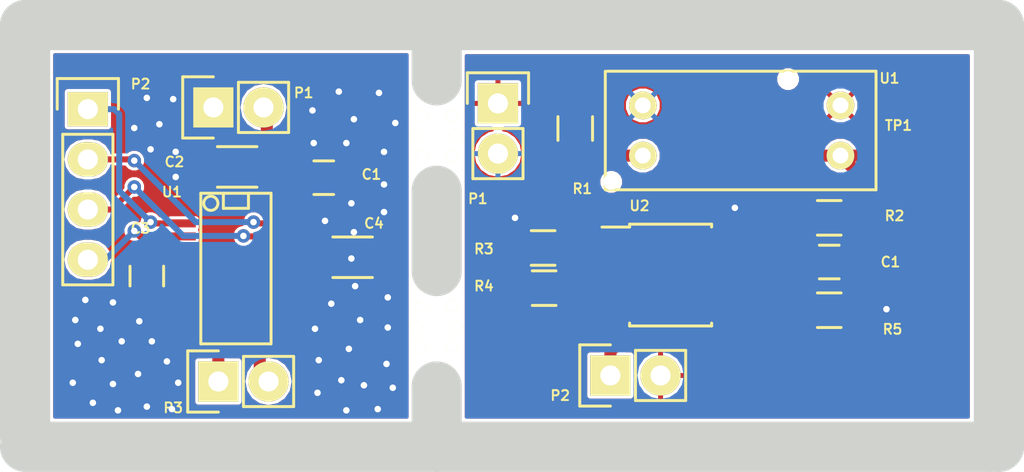
<source format=kicad_pcb>
(kicad_pcb (version 4) (host pcbnew 0.201505220134+5676~23~ubuntu14.04.1-product)

  (general
    (links 50)
    (no_connects 1)
    (area 147.573999 81.025999 178.562001 128.790702)
    (thickness 1.6)
    (drawings 13)
    (tracks 269)
    (zones 0)
    (modules 21)
    (nets 16)
  )

  (page A4)
  (layers
    (0 F.Cu signal hide)
    (31 B.Cu signal hide)
    (32 B.Adhes user)
    (33 F.Adhes user)
    (34 B.Paste user)
    (35 F.Paste user)
    (36 B.SilkS user)
    (37 F.SilkS user)
    (38 B.Mask user)
    (39 F.Mask user)
    (40 Dwgs.User user)
    (41 Cmts.User user)
    (42 Eco1.User user)
    (43 Eco2.User user)
    (44 Edge.Cuts user)
    (45 Margin user)
    (46 B.CrtYd user)
    (47 F.CrtYd user)
    (48 B.Fab user)
    (49 F.Fab user)
  )

  (setup
    (last_trace_width 0.1524)
    (user_trace_width 0.3048)
    (user_trace_width 0.6096)
    (user_trace_width 0.3048)
    (user_trace_width 0.6096)
    (trace_clearance 0.1524)
    (zone_clearance 0.1524)
    (zone_45_only no)
    (trace_min 0.1524)
    (segment_width 0.2)
    (edge_width 2.54)
    (via_size 0.6858)
    (via_drill 0.3302)
    (via_min_size 0.6858)
    (via_min_drill 0.3302)
    (uvia_size 0.3)
    (uvia_drill 0.1)
    (uvias_allowed no)
    (uvia_min_size 0)
    (uvia_min_drill 0)
    (pcb_text_width 0.3)
    (pcb_text_size 1.5 1.5)
    (mod_edge_width 0.15)
    (mod_text_size 0.5 0.5)
    (mod_text_width 0.1)
    (pad_size 1.5 1.5)
    (pad_drill 0.6)
    (pad_to_mask_clearance 0)
    (aux_axis_origin 0 0)
    (grid_origin 161.544 117.856)
    (visible_elements FFFEFF7F)
    (pcbplotparams
      (layerselection 0x010fc_80000001)
      (usegerberextensions false)
      (excludeedgelayer true)
      (linewidth 0.100000)
      (plotframeref false)
      (viasonmask false)
      (mode 1)
      (useauxorigin false)
      (hpglpennumber 1)
      (hpglpenspeed 20)
      (hpglpendiameter 15)
      (hpglpenoverlay 2)
      (psnegative false)
      (psa4output false)
      (plotreference true)
      (plotvalue false)
      (plotinvisibletext false)
      (padsonsilk false)
      (subtractmaskfromsilk true)
      (outputformat 1)
      (mirror false)
      (drillshape 0)
      (scaleselection 1)
      (outputdirectory Gerbers/))
  )

  (net 0 "")
  (net 1 VCC)
  (net 2 GND)
  (net 3 "Net-(P2-Pad1)")
  (net 4 "Net-(R1-Pad1)")
  (net 5 "Net-(R2-Pad2)")
  (net 6 "Net-(R3-Pad2)")
  (net 7 "Net-(U2-Pad5)")
  (net 8 /VCC)
  (net 9 /VM)
  (net 10 /PWM)
  (net 11 /IN2)
  (net 12 /IN1)
  (net 13 /STBY)
  (net 14 /O1)
  (net 15 /O2)

  (net_class Default "This is the default net class."
    (clearance 0.1524)
    (trace_width 0.1524)
    (via_dia 0.6858)
    (via_drill 0.3302)
    (uvia_dia 0.3)
    (uvia_drill 0.1)
    (add_net /IN1)
    (add_net /IN2)
    (add_net /O1)
    (add_net /O2)
    (add_net /PWM)
    (add_net /STBY)
    (add_net /VCC)
    (add_net /VM)
    (add_net GND)
    (add_net "Net-(P2-Pad1)")
    (add_net "Net-(R1-Pad1)")
    (add_net "Net-(R2-Pad2)")
    (add_net "Net-(R3-Pad2)")
    (add_net "Net-(U2-Pad5)")
    (add_net VCC)
  )

  (module MotorEncoder:MouseBite (layer F.Cu) (tedit 558CEDF8) (tstamp 558E9E48)
    (at 148.082 86.868)
    (fp_text reference REF** (at 1.016 3.556) (layer F.SilkS) hide
      (effects (font (size 1 1) (thickness 0.15)))
    )
    (fp_text value MouseBite (at 1.016 -2.032) (layer F.Fab)
      (effects (font (size 1 1) (thickness 0.15)))
    )
    (pad "" np_thru_hole circle (at 0 0) (size 0.6096 0.6096) (drill 0.6096) (layers *.Cu *.Mask F.SilkS))
    (pad "" np_thru_hole circle (at 0 2.032) (size 0.6096 0.6096) (drill 0.6096) (layers *.Cu *.Mask F.SilkS))
    (pad "" np_thru_hole circle (at 1.524 0) (size 0.6096 0.6096) (drill 0.6096) (layers *.Cu *.Mask F.SilkS))
    (pad "" np_thru_hole circle (at 1.778 1.016) (size 0.6096 0.6096) (drill 0.6096) (layers *.Cu *.Mask F.SilkS))
    (pad "" np_thru_hole circle (at -0.254 1.016) (size 0.6096 0.6096) (drill 0.6096) (layers *.Cu *.Mask F.SilkS))
    (pad "" np_thru_hole circle (at 1.524 2.032) (size 0.6096 0.6096) (drill 0.6096) (layers *.Cu *.Mask F.SilkS))
  )

  (module Capacitors_SMD:C_0805_HandSoldering (layer F.Cu) (tedit 557E1C53) (tstamp 557E18D1)
    (at 168.7068 94.2848)
    (descr "Capacitor SMD 0805, hand soldering")
    (tags "capacitor 0805")
    (path /557E1CCF)
    (attr smd)
    (fp_text reference C1 (at 3.0988 0) (layer F.SilkS)
      (effects (font (size 0.5 0.5) (thickness 0.1)))
    )
    (fp_text value C (at 0 2.1) (layer F.Fab)
      (effects (font (size 0.5 0.5) (thickness 0.1)))
    )
    (fp_line (start -2.3 -1) (end 2.3 -1) (layer F.CrtYd) (width 0.05))
    (fp_line (start -2.3 1) (end 2.3 1) (layer F.CrtYd) (width 0.05))
    (fp_line (start -2.3 -1) (end -2.3 1) (layer F.CrtYd) (width 0.05))
    (fp_line (start 2.3 -1) (end 2.3 1) (layer F.CrtYd) (width 0.05))
    (fp_line (start 0.5 -0.85) (end -0.5 -0.85) (layer F.SilkS) (width 0.15))
    (fp_line (start -0.5 0.85) (end 0.5 0.85) (layer F.SilkS) (width 0.15))
    (pad 1 smd rect (at -1.25 0) (size 1.5 1.25) (layers F.Cu F.Paste F.Mask)
      (net 1 VCC))
    (pad 2 smd rect (at 1.25 0) (size 1.5 1.25) (layers F.Cu F.Paste F.Mask)
      (net 2 GND))
    (model Capacitors_SMD.3dshapes/C_0805_HandSoldering.wrl
      (at (xyz 0 0 0))
      (scale (xyz 1 1 1))
      (rotate (xyz 0 0 0))
    )
  )

  (module Pin_Headers:Pin_Header_Straight_1x02 (layer F.Cu) (tedit 557E1C66) (tstamp 557E18D7)
    (at 151.9428 86.2584)
    (descr "Through hole pin header")
    (tags "pin header")
    (path /557E1B5E)
    (fp_text reference P1 (at -1.016 4.826) (layer F.SilkS)
      (effects (font (size 0.5 0.5) (thickness 0.1)))
    )
    (fp_text value CONN_01X02 (at 0 -3.1) (layer F.Fab)
      (effects (font (size 0.5 0.5) (thickness 0.1)))
    )
    (fp_line (start 1.27 1.27) (end 1.27 3.81) (layer F.SilkS) (width 0.15))
    (fp_line (start 1.55 -1.55) (end 1.55 0) (layer F.SilkS) (width 0.15))
    (fp_line (start -1.75 -1.75) (end -1.75 4.3) (layer F.CrtYd) (width 0.05))
    (fp_line (start 1.75 -1.75) (end 1.75 4.3) (layer F.CrtYd) (width 0.05))
    (fp_line (start -1.75 -1.75) (end 1.75 -1.75) (layer F.CrtYd) (width 0.05))
    (fp_line (start -1.75 4.3) (end 1.75 4.3) (layer F.CrtYd) (width 0.05))
    (fp_line (start 1.27 1.27) (end -1.27 1.27) (layer F.SilkS) (width 0.15))
    (fp_line (start -1.55 0) (end -1.55 -1.55) (layer F.SilkS) (width 0.15))
    (fp_line (start -1.55 -1.55) (end 1.55 -1.55) (layer F.SilkS) (width 0.15))
    (fp_line (start -1.27 1.27) (end -1.27 3.81) (layer F.SilkS) (width 0.15))
    (fp_line (start -1.27 3.81) (end 1.27 3.81) (layer F.SilkS) (width 0.15))
    (pad 1 thru_hole rect (at 0 0) (size 2.032 2.032) (drill 1.016) (layers *.Cu *.Mask F.SilkS)
      (net 2 GND))
    (pad 2 thru_hole oval (at 0 2.54) (size 2.032 2.032) (drill 1.016) (layers *.Cu *.Mask F.SilkS)
      (net 1 VCC))
    (model Pin_Headers.3dshapes/Pin_Header_Straight_1x02.wrl
      (at (xyz 0 -0.05 0))
      (scale (xyz 1 1 1))
      (rotate (xyz 0 0 90))
    )
  )

  (module Pin_Headers:Pin_Header_Straight_1x02 (layer F.Cu) (tedit 557E1C43) (tstamp 557E18DD)
    (at 157.6324 100.0252 90)
    (descr "Through hole pin header")
    (tags "pin header")
    (path /557E28CA)
    (fp_text reference P2 (at -1.016 -2.54 360) (layer F.SilkS)
      (effects (font (size 0.5 0.5) (thickness 0.1)))
    )
    (fp_text value CONN_01X02 (at 0 -3.1 90) (layer F.Fab)
      (effects (font (size 0.5 0.5) (thickness 0.1)))
    )
    (fp_line (start 1.27 1.27) (end 1.27 3.81) (layer F.SilkS) (width 0.15))
    (fp_line (start 1.55 -1.55) (end 1.55 0) (layer F.SilkS) (width 0.15))
    (fp_line (start -1.75 -1.75) (end -1.75 4.3) (layer F.CrtYd) (width 0.05))
    (fp_line (start 1.75 -1.75) (end 1.75 4.3) (layer F.CrtYd) (width 0.05))
    (fp_line (start -1.75 -1.75) (end 1.75 -1.75) (layer F.CrtYd) (width 0.05))
    (fp_line (start -1.75 4.3) (end 1.75 4.3) (layer F.CrtYd) (width 0.05))
    (fp_line (start 1.27 1.27) (end -1.27 1.27) (layer F.SilkS) (width 0.15))
    (fp_line (start -1.55 0) (end -1.55 -1.55) (layer F.SilkS) (width 0.15))
    (fp_line (start -1.55 -1.55) (end 1.55 -1.55) (layer F.SilkS) (width 0.15))
    (fp_line (start -1.27 1.27) (end -1.27 3.81) (layer F.SilkS) (width 0.15))
    (fp_line (start -1.27 3.81) (end 1.27 3.81) (layer F.SilkS) (width 0.15))
    (pad 1 thru_hole rect (at 0 0 90) (size 2.032 2.032) (drill 1.016) (layers *.Cu *.Mask F.SilkS)
      (net 3 "Net-(P2-Pad1)"))
    (pad 2 thru_hole oval (at 0 2.54 90) (size 2.032 2.032) (drill 1.016) (layers *.Cu *.Mask F.SilkS)
      (net 2 GND))
    (model Pin_Headers.3dshapes/Pin_Header_Straight_1x02.wrl
      (at (xyz 0 -0.05 0))
      (scale (xyz 1 1 1))
      (rotate (xyz 0 0 90))
    )
  )

  (module Resistors_SMD:R_0805_HandSoldering (layer F.Cu) (tedit 557E1C64) (tstamp 557E18E3)
    (at 155.8544 87.5284 90)
    (descr "Resistor SMD 0805, hand soldering")
    (tags "resistor 0805")
    (path /557E0E54)
    (attr smd)
    (fp_text reference R1 (at -3.048 0.3556 180) (layer F.SilkS)
      (effects (font (size 0.5 0.5) (thickness 0.1)))
    )
    (fp_text value 100 (at 0 2.1 90) (layer F.Fab)
      (effects (font (size 0.5 0.5) (thickness 0.1)))
    )
    (fp_line (start -2.4 -1) (end 2.4 -1) (layer F.CrtYd) (width 0.05))
    (fp_line (start -2.4 1) (end 2.4 1) (layer F.CrtYd) (width 0.05))
    (fp_line (start -2.4 -1) (end -2.4 1) (layer F.CrtYd) (width 0.05))
    (fp_line (start 2.4 -1) (end 2.4 1) (layer F.CrtYd) (width 0.05))
    (fp_line (start 0.6 0.875) (end -0.6 0.875) (layer F.SilkS) (width 0.15))
    (fp_line (start -0.6 -0.875) (end 0.6 -0.875) (layer F.SilkS) (width 0.15))
    (pad 1 smd rect (at -1.35 0 90) (size 1.5 1.3) (layers F.Cu F.Paste F.Mask)
      (net 4 "Net-(R1-Pad1)"))
    (pad 2 smd rect (at 1.35 0 90) (size 1.5 1.3) (layers F.Cu F.Paste F.Mask)
      (net 2 GND))
    (model Resistors_SMD.3dshapes/R_0805_HandSoldering.wrl
      (at (xyz 0 0 0))
      (scale (xyz 1 1 1))
      (rotate (xyz 0 0 0))
    )
  )

  (module Resistors_SMD:R_0805_HandSoldering (layer F.Cu) (tedit 557E1C50) (tstamp 557E18E9)
    (at 168.7068 92.0496)
    (descr "Resistor SMD 0805, hand soldering")
    (tags "resistor 0805")
    (path /557E0EEC)
    (attr smd)
    (fp_text reference R2 (at 3.302 -0.1016) (layer F.SilkS)
      (effects (font (size 0.5 0.5) (thickness 0.1)))
    )
    (fp_text value 1K (at 0 2.1) (layer F.Fab)
      (effects (font (size 0.5 0.5) (thickness 0.1)))
    )
    (fp_line (start -2.4 -1) (end 2.4 -1) (layer F.CrtYd) (width 0.05))
    (fp_line (start -2.4 1) (end 2.4 1) (layer F.CrtYd) (width 0.05))
    (fp_line (start -2.4 -1) (end -2.4 1) (layer F.CrtYd) (width 0.05))
    (fp_line (start 2.4 -1) (end 2.4 1) (layer F.CrtYd) (width 0.05))
    (fp_line (start 0.6 0.875) (end -0.6 0.875) (layer F.SilkS) (width 0.15))
    (fp_line (start -0.6 -0.875) (end 0.6 -0.875) (layer F.SilkS) (width 0.15))
    (pad 1 smd rect (at -1.35 0) (size 1.5 1.3) (layers F.Cu F.Paste F.Mask)
      (net 1 VCC))
    (pad 2 smd rect (at 1.35 0) (size 1.5 1.3) (layers F.Cu F.Paste F.Mask)
      (net 5 "Net-(R2-Pad2)"))
    (model Resistors_SMD.3dshapes/R_0805_HandSoldering.wrl
      (at (xyz 0 0 0))
      (scale (xyz 1 1 1))
      (rotate (xyz 0 0 0))
    )
  )

  (module Resistors_SMD:R_0805_HandSoldering (layer F.Cu) (tedit 557E1C48) (tstamp 557E18EF)
    (at 154.2288 93.5736)
    (descr "Resistor SMD 0805, hand soldering")
    (tags "resistor 0805")
    (path /557E1466)
    (attr smd)
    (fp_text reference R3 (at -2.9972 0.0508) (layer F.SilkS)
      (effects (font (size 0.5 0.5) (thickness 0.1)))
    )
    (fp_text value 1K (at 0 2.1) (layer F.Fab)
      (effects (font (size 0.5 0.5) (thickness 0.1)))
    )
    (fp_line (start -2.4 -1) (end 2.4 -1) (layer F.CrtYd) (width 0.05))
    (fp_line (start -2.4 1) (end 2.4 1) (layer F.CrtYd) (width 0.05))
    (fp_line (start -2.4 -1) (end -2.4 1) (layer F.CrtYd) (width 0.05))
    (fp_line (start 2.4 -1) (end 2.4 1) (layer F.CrtYd) (width 0.05))
    (fp_line (start 0.6 0.875) (end -0.6 0.875) (layer F.SilkS) (width 0.15))
    (fp_line (start -0.6 -0.875) (end 0.6 -0.875) (layer F.SilkS) (width 0.15))
    (pad 1 smd rect (at -1.35 0) (size 1.5 1.3) (layers F.Cu F.Paste F.Mask)
      (net 1 VCC))
    (pad 2 smd rect (at 1.35 0) (size 1.5 1.3) (layers F.Cu F.Paste F.Mask)
      (net 6 "Net-(R3-Pad2)"))
    (model Resistors_SMD.3dshapes/R_0805_HandSoldering.wrl
      (at (xyz 0 0 0))
      (scale (xyz 1 1 1))
      (rotate (xyz 0 0 0))
    )
  )

  (module Resistors_SMD:R_0805_HandSoldering (layer F.Cu) (tedit 557E1C45) (tstamp 557E18F5)
    (at 154.2796 95.6056 180)
    (descr "Resistor SMD 0805, hand soldering")
    (tags "resistor 0805")
    (path /557E13D0)
    (attr smd)
    (fp_text reference R4 (at 3.048 0.1016 180) (layer F.SilkS)
      (effects (font (size 0.5 0.5) (thickness 0.1)))
    )
    (fp_text value 1K (at 0 2.1 180) (layer F.Fab)
      (effects (font (size 0.5 0.5) (thickness 0.1)))
    )
    (fp_line (start -2.4 -1) (end 2.4 -1) (layer F.CrtYd) (width 0.05))
    (fp_line (start -2.4 1) (end 2.4 1) (layer F.CrtYd) (width 0.05))
    (fp_line (start -2.4 -1) (end -2.4 1) (layer F.CrtYd) (width 0.05))
    (fp_line (start 2.4 -1) (end 2.4 1) (layer F.CrtYd) (width 0.05))
    (fp_line (start 0.6 0.875) (end -0.6 0.875) (layer F.SilkS) (width 0.15))
    (fp_line (start -0.6 -0.875) (end 0.6 -0.875) (layer F.SilkS) (width 0.15))
    (pad 1 smd rect (at -1.35 0 180) (size 1.5 1.3) (layers F.Cu F.Paste F.Mask)
      (net 6 "Net-(R3-Pad2)"))
    (pad 2 smd rect (at 1.35 0 180) (size 1.5 1.3) (layers F.Cu F.Paste F.Mask)
      (net 2 GND))
    (model Resistors_SMD.3dshapes/R_0805_HandSoldering.wrl
      (at (xyz 0 0 0))
      (scale (xyz 1 1 1))
      (rotate (xyz 0 0 0))
    )
  )

  (module Resistors_SMD:R_0805_HandSoldering (layer F.Cu) (tedit 557E1C56) (tstamp 557E18FB)
    (at 168.7068 96.7232 180)
    (descr "Resistor SMD 0805, hand soldering")
    (tags "resistor 0805")
    (path /557E1282)
    (attr smd)
    (fp_text reference R5 (at -3.2004 -0.9652 180) (layer F.SilkS)
      (effects (font (size 0.5 0.5) (thickness 0.1)))
    )
    (fp_text value 1K (at 0 2.1 180) (layer F.Fab)
      (effects (font (size 0.5 0.5) (thickness 0.1)))
    )
    (fp_line (start -2.4 -1) (end 2.4 -1) (layer F.CrtYd) (width 0.05))
    (fp_line (start -2.4 1) (end 2.4 1) (layer F.CrtYd) (width 0.05))
    (fp_line (start -2.4 -1) (end -2.4 1) (layer F.CrtYd) (width 0.05))
    (fp_line (start 2.4 -1) (end 2.4 1) (layer F.CrtYd) (width 0.05))
    (fp_line (start 0.6 0.875) (end -0.6 0.875) (layer F.SilkS) (width 0.15))
    (fp_line (start -0.6 -0.875) (end 0.6 -0.875) (layer F.SilkS) (width 0.15))
    (pad 1 smd rect (at -1.35 0 180) (size 1.5 1.3) (layers F.Cu F.Paste F.Mask)
      (net 1 VCC))
    (pad 2 smd rect (at 1.35 0 180) (size 1.5 1.3) (layers F.Cu F.Paste F.Mask)
      (net 3 "Net-(P2-Pad1)"))
    (model Resistors_SMD.3dshapes/R_0805_HandSoldering.wrl
      (at (xyz 0 0 0))
      (scale (xyz 1 1 1))
      (rotate (xyz 0 0 0))
    )
  )

  (module Housings_SOIC:SOIC-8_3.9x4.9mm_Pitch1.27mm (layer F.Cu) (tedit 557E1C4B) (tstamp 557E190C)
    (at 160.6804 94.9452)
    (descr "8-Lead Plastic Small Outline (SN) - Narrow, 3.90 mm Body [SOIC] (see Microchip Packaging Specification 00000049BS.pdf)")
    (tags "SOIC 1.27")
    (path /557E112B)
    (attr smd)
    (fp_text reference U2 (at -1.5748 -3.5052) (layer F.SilkS)
      (effects (font (size 0.5 0.5) (thickness 0.1)))
    )
    (fp_text value LM311N (at 0 3.5) (layer F.Fab)
      (effects (font (size 0.5 0.5) (thickness 0.1)))
    )
    (fp_line (start -3.75 -2.75) (end -3.75 2.75) (layer F.CrtYd) (width 0.05))
    (fp_line (start 3.75 -2.75) (end 3.75 2.75) (layer F.CrtYd) (width 0.05))
    (fp_line (start -3.75 -2.75) (end 3.75 -2.75) (layer F.CrtYd) (width 0.05))
    (fp_line (start -3.75 2.75) (end 3.75 2.75) (layer F.CrtYd) (width 0.05))
    (fp_line (start -2.075 -2.575) (end -2.075 -2.43) (layer F.SilkS) (width 0.15))
    (fp_line (start 2.075 -2.575) (end 2.075 -2.43) (layer F.SilkS) (width 0.15))
    (fp_line (start 2.075 2.575) (end 2.075 2.43) (layer F.SilkS) (width 0.15))
    (fp_line (start -2.075 2.575) (end -2.075 2.43) (layer F.SilkS) (width 0.15))
    (fp_line (start -2.075 -2.575) (end 2.075 -2.575) (layer F.SilkS) (width 0.15))
    (fp_line (start -2.075 2.575) (end 2.075 2.575) (layer F.SilkS) (width 0.15))
    (fp_line (start -2.075 -2.43) (end -3.475 -2.43) (layer F.SilkS) (width 0.15))
    (pad 1 smd rect (at -2.7 -1.905) (size 1.55 0.6) (layers F.Cu F.Paste F.Mask)
      (net 2 GND))
    (pad 2 smd rect (at -2.7 -0.635) (size 1.55 0.6) (layers F.Cu F.Paste F.Mask)
      (net 5 "Net-(R2-Pad2)"))
    (pad 3 smd rect (at -2.7 0.635) (size 1.55 0.6) (layers F.Cu F.Paste F.Mask)
      (net 6 "Net-(R3-Pad2)"))
    (pad 4 smd rect (at -2.7 1.905) (size 1.55 0.6) (layers F.Cu F.Paste F.Mask)
      (net 2 GND))
    (pad 5 smd rect (at 2.7 1.905) (size 1.55 0.6) (layers F.Cu F.Paste F.Mask)
      (net 7 "Net-(U2-Pad5)"))
    (pad 6 smd rect (at 2.7 0.635) (size 1.55 0.6) (layers F.Cu F.Paste F.Mask)
      (net 7 "Net-(U2-Pad5)"))
    (pad 7 smd rect (at 2.7 -0.635) (size 1.55 0.6) (layers F.Cu F.Paste F.Mask)
      (net 3 "Net-(P2-Pad1)"))
    (pad 8 smd rect (at 2.7 -1.905) (size 1.55 0.6) (layers F.Cu F.Paste F.Mask)
      (net 1 VCC))
    (model Housings_SOIC.3dshapes/SOIC-8_3.9x4.9mm_Pitch1.27mm.wrl
      (at (xyz 0 0 0))
      (scale (xyz 1 1 1))
      (rotate (xyz 0 0 0))
    )
  )

  (module MotorEncoder:RPI-579N1 (layer F.Cu) (tedit 557E1C77) (tstamp 557E1976)
    (at 164.2745 87.63)
    (path /557E0DBD)
    (fp_text reference U1 (at 7.4803 -2.6416) (layer F.SilkS)
      (effects (font (size 0.5 0.5) (thickness 0.1)))
    )
    (fp_text value RPI-579N1 (at -0.254 -4.4196) (layer F.Fab)
      (effects (font (size 0.5 0.5) (thickness 0.1)))
    )
    (fp_line (start -6.8 -3) (end 6.8 -3) (layer F.SilkS) (width 0.15))
    (fp_line (start 6.8 -3) (end 6.8 3) (layer F.SilkS) (width 0.15))
    (fp_line (start 6.8 3) (end -6.8 3) (layer F.SilkS) (width 0.15))
    (fp_line (start -6.9 -3) (end -6.9 3) (layer F.SilkS) (width 0.15))
    (pad "" np_thru_hole circle (at 2.35 -2.6) (size 0.8 0.8) (drill 0.8) (layers *.Cu *.Mask F.SilkS))
    (pad "" np_thru_hole circle (at -6.6 2.6) (size 0.8 0.8) (drill 0.8) (layers *.Cu *.Mask F.SilkS))
    (pad 2 thru_hole circle (at -5 1.27) (size 1.4 1.4) (drill 0.8) (layers *.Cu *.Mask F.SilkS)
      (net 4 "Net-(R1-Pad1)"))
    (pad 1 thru_hole circle (at -5 -1.27) (size 1.4 1.4) (drill 0.8) (layers *.Cu *.Mask F.SilkS)
      (net 1 VCC))
    (pad 3 thru_hole circle (at 5 1.27) (size 1.4 1.4) (drill 0.8) (layers *.Cu *.Mask F.SilkS)
      (net 5 "Net-(R2-Pad2)"))
    (pad 4 thru_hole circle (at 5 -1.27) (size 1.4 1.4) (drill 0.8) (layers *.Cu *.Mask F.SilkS)
      (net 2 GND))
  )

  (module Measurement_Points:Measurement_Point_Round-SMD-Pad_Small (layer F.Cu) (tedit 557E1D4C) (tstamp 557E1900)
    (at 172.466 88.9)
    (descr "Mesurement Point, Round, SMD Pad, DM 1.5mm,")
    (tags "Mesurement Point, Round, SMD Pad, DM 1.5mm,")
    (path /557E2BC3)
    (fp_text reference TP1 (at -0.254 -1.524) (layer F.SilkS)
      (effects (font (size 0.5 0.5) (thickness 0.1)))
    )
    (fp_text value OptoOut (at 1.27 2.54) (layer F.Fab)
      (effects (font (size 0.5 0.5) (thickness 0.1)))
    )
    (pad 1 smd circle (at 0 0) (size 1.524 1.524) (layers F.Cu F.Paste F.Mask)
      (net 5 "Net-(R2-Pad2)"))
  )

  (module Capacitors_SMD:C_0805 (layer F.Cu) (tedit 557CFA34) (tstamp 557CF32A)
    (at 143.129 90.0176)
    (descr "Capacitor SMD 0805, reflow soldering, AVX (see smccp.pdf)")
    (tags "capacitor 0805")
    (path /557CF5F2)
    (attr smd)
    (fp_text reference C1 (at 2.413 -0.1651) (layer F.SilkS)
      (effects (font (size 0.5 0.5) (thickness 0.1)))
    )
    (fp_text value .1U (at 0 2.1) (layer F.Fab)
      (effects (font (size 0.5 0.5) (thickness 0.1)))
    )
    (fp_line (start -1.8 -1) (end 1.8 -1) (layer F.CrtYd) (width 0.05))
    (fp_line (start -1.8 1) (end 1.8 1) (layer F.CrtYd) (width 0.05))
    (fp_line (start -1.8 -1) (end -1.8 1) (layer F.CrtYd) (width 0.05))
    (fp_line (start 1.8 -1) (end 1.8 1) (layer F.CrtYd) (width 0.05))
    (fp_line (start 0.5 -0.85) (end -0.5 -0.85) (layer F.SilkS) (width 0.15))
    (fp_line (start -0.5 0.85) (end 0.5 0.85) (layer F.SilkS) (width 0.15))
    (pad 1 smd rect (at -1 0) (size 1 1.25) (layers F.Cu F.Paste F.Mask)
      (net 8 /VCC))
    (pad 2 smd rect (at 1 0) (size 1 1.25) (layers F.Cu F.Paste F.Mask)
      (net 2 GND))
    (model Capacitors_SMD.3dshapes/C_0805.wrl
      (at (xyz 0 0 0))
      (scale (xyz 1 1 1))
      (rotate (xyz 0 0 0))
    )
  )

  (module Capacitors_SMD:C_1206 (layer F.Cu) (tedit 557CFA3F) (tstamp 557CF330)
    (at 138.7475 89.4715 180)
    (descr "Capacitor SMD 1206, reflow soldering, AVX (see smccp.pdf)")
    (tags "capacitor 1206")
    (path /557CF7F5)
    (attr smd)
    (fp_text reference C2 (at 3.175 0.254 180) (layer F.SilkS)
      (effects (font (size 0.5 0.5) (thickness 0.1)))
    )
    (fp_text value 10U (at 0 2.3 180) (layer F.Fab)
      (effects (font (size 0.5 0.5) (thickness 0.1)))
    )
    (fp_line (start -2.3 -1.15) (end 2.3 -1.15) (layer F.CrtYd) (width 0.05))
    (fp_line (start -2.3 1.15) (end 2.3 1.15) (layer F.CrtYd) (width 0.05))
    (fp_line (start -2.3 -1.15) (end -2.3 1.15) (layer F.CrtYd) (width 0.05))
    (fp_line (start 2.3 -1.15) (end 2.3 1.15) (layer F.CrtYd) (width 0.05))
    (fp_line (start 1 -1.025) (end -1 -1.025) (layer F.SilkS) (width 0.15))
    (fp_line (start -1 1.025) (end 1 1.025) (layer F.SilkS) (width 0.15))
    (pad 1 smd rect (at -1.5 0 180) (size 1 1.6) (layers F.Cu F.Paste F.Mask)
      (net 8 /VCC))
    (pad 2 smd rect (at 1.5 0 180) (size 1 1.6) (layers F.Cu F.Paste F.Mask)
      (net 2 GND))
    (model Capacitors_SMD.3dshapes/C_1206.wrl
      (at (xyz 0 0 0))
      (scale (xyz 1 1 1))
      (rotate (xyz 0 0 0))
    )
  )

  (module Capacitors_SMD:C_0805 (layer F.Cu) (tedit 557CFA55) (tstamp 557CF336)
    (at 134.1755 94.996 270)
    (descr "Capacitor SMD 0805, reflow soldering, AVX (see smccp.pdf)")
    (tags "capacitor 0805")
    (path /557CF9E5)
    (attr smd)
    (fp_text reference C3 (at -2.413 0.3175 360) (layer F.SilkS)
      (effects (font (size 0.5 0.5) (thickness 0.1)))
    )
    (fp_text value .1U (at 0 2.1 270) (layer F.Fab)
      (effects (font (size 0.5 0.5) (thickness 0.1)))
    )
    (fp_line (start -1.8 -1) (end 1.8 -1) (layer F.CrtYd) (width 0.05))
    (fp_line (start -1.8 1) (end 1.8 1) (layer F.CrtYd) (width 0.05))
    (fp_line (start -1.8 -1) (end -1.8 1) (layer F.CrtYd) (width 0.05))
    (fp_line (start 1.8 -1) (end 1.8 1) (layer F.CrtYd) (width 0.05))
    (fp_line (start 0.5 -0.85) (end -0.5 -0.85) (layer F.SilkS) (width 0.15))
    (fp_line (start -0.5 0.85) (end 0.5 0.85) (layer F.SilkS) (width 0.15))
    (pad 1 smd rect (at -1 0 270) (size 1 1.25) (layers F.Cu F.Paste F.Mask)
      (net 9 /VM))
    (pad 2 smd rect (at 1 0 270) (size 1 1.25) (layers F.Cu F.Paste F.Mask)
      (net 2 GND))
    (model Capacitors_SMD.3dshapes/C_0805.wrl
      (at (xyz 0 0 0))
      (scale (xyz 1 1 1))
      (rotate (xyz 0 0 0))
    )
  )

  (module Capacitors_SMD:C_1206 (layer F.Cu) (tedit 557CFA4E) (tstamp 557CF33C)
    (at 144.5895 94.0435)
    (descr "Capacitor SMD 1206, reflow soldering, AVX (see smccp.pdf)")
    (tags "capacitor 1206")
    (path /557CF9F1)
    (attr smd)
    (fp_text reference C4 (at 1.0795 -1.7145) (layer F.SilkS)
      (effects (font (size 0.5 0.5) (thickness 0.1)))
    )
    (fp_text value 10U (at 0 2.3) (layer F.Fab)
      (effects (font (size 0.5 0.5) (thickness 0.1)))
    )
    (fp_line (start -2.3 -1.15) (end 2.3 -1.15) (layer F.CrtYd) (width 0.05))
    (fp_line (start -2.3 1.15) (end 2.3 1.15) (layer F.CrtYd) (width 0.05))
    (fp_line (start -2.3 -1.15) (end -2.3 1.15) (layer F.CrtYd) (width 0.05))
    (fp_line (start 2.3 -1.15) (end 2.3 1.15) (layer F.CrtYd) (width 0.05))
    (fp_line (start 1 -1.025) (end -1 -1.025) (layer F.SilkS) (width 0.15))
    (fp_line (start -1 1.025) (end 1 1.025) (layer F.SilkS) (width 0.15))
    (pad 1 smd rect (at -1.5 0) (size 1 1.6) (layers F.Cu F.Paste F.Mask)
      (net 9 /VM))
    (pad 2 smd rect (at 1.5 0) (size 1 1.6) (layers F.Cu F.Paste F.Mask)
      (net 2 GND))
    (model Capacitors_SMD.3dshapes/C_1206.wrl
      (at (xyz 0 0 0))
      (scale (xyz 1 1 1))
      (rotate (xyz 0 0 0))
    )
  )

  (module Pin_Headers:Pin_Header_Straight_1x02 (layer F.Cu) (tedit 557CFA2A) (tstamp 557CF342)
    (at 137.541 86.4616 90)
    (descr "Through hole pin header")
    (tags "pin header")
    (path /557CFC82)
    (fp_text reference P1 (at 0.7366 4.572 180) (layer F.SilkS)
      (effects (font (size 0.5 0.5) (thickness 0.1)))
    )
    (fp_text value CONN_01X02 (at 0 -3.1 90) (layer F.Fab)
      (effects (font (size 0.5 0.5) (thickness 0.1)))
    )
    (fp_line (start 1.27 1.27) (end 1.27 3.81) (layer F.SilkS) (width 0.15))
    (fp_line (start 1.55 -1.55) (end 1.55 0) (layer F.SilkS) (width 0.15))
    (fp_line (start -1.75 -1.75) (end -1.75 4.3) (layer F.CrtYd) (width 0.05))
    (fp_line (start 1.75 -1.75) (end 1.75 4.3) (layer F.CrtYd) (width 0.05))
    (fp_line (start -1.75 -1.75) (end 1.75 -1.75) (layer F.CrtYd) (width 0.05))
    (fp_line (start -1.75 4.3) (end 1.75 4.3) (layer F.CrtYd) (width 0.05))
    (fp_line (start 1.27 1.27) (end -1.27 1.27) (layer F.SilkS) (width 0.15))
    (fp_line (start -1.55 0) (end -1.55 -1.55) (layer F.SilkS) (width 0.15))
    (fp_line (start -1.55 -1.55) (end 1.55 -1.55) (layer F.SilkS) (width 0.15))
    (fp_line (start -1.27 1.27) (end -1.27 3.81) (layer F.SilkS) (width 0.15))
    (fp_line (start -1.27 3.81) (end 1.27 3.81) (layer F.SilkS) (width 0.15))
    (pad 1 thru_hole rect (at 0 0 90) (size 2.032 2.032) (drill 1.016) (layers *.Cu *.Mask F.SilkS)
      (net 2 GND))
    (pad 2 thru_hole oval (at 0 2.54 90) (size 2.032 2.032) (drill 1.016) (layers *.Cu *.Mask F.SilkS)
      (net 8 /VCC))
    (model Pin_Headers.3dshapes/Pin_Header_Straight_1x02.wrl
      (at (xyz 0 -0.05 0))
      (scale (xyz 1 1 1))
      (rotate (xyz 0 0 90))
    )
  )

  (module Pin_Headers:Pin_Header_Straight_1x04 (layer F.Cu) (tedit 557CF843) (tstamp 557CF34A)
    (at 131.191 86.5505)
    (descr "Through hole pin header")
    (tags "pin header")
    (path /557D04DF)
    (fp_text reference P2 (at 2.667 -1.27) (layer F.SilkS)
      (effects (font (size 0.5 0.5) (thickness 0.1)))
    )
    (fp_text value CONN_01X04 (at 0 -3.1) (layer F.Fab)
      (effects (font (size 0.5 0.5) (thickness 0.1)))
    )
    (fp_line (start -1.75 -1.75) (end -1.75 9.4) (layer F.CrtYd) (width 0.05))
    (fp_line (start 1.75 -1.75) (end 1.75 9.4) (layer F.CrtYd) (width 0.05))
    (fp_line (start -1.75 -1.75) (end 1.75 -1.75) (layer F.CrtYd) (width 0.05))
    (fp_line (start -1.75 9.4) (end 1.75 9.4) (layer F.CrtYd) (width 0.05))
    (fp_line (start -1.27 1.27) (end -1.27 8.89) (layer F.SilkS) (width 0.15))
    (fp_line (start 1.27 1.27) (end 1.27 8.89) (layer F.SilkS) (width 0.15))
    (fp_line (start 1.55 -1.55) (end 1.55 0) (layer F.SilkS) (width 0.15))
    (fp_line (start -1.27 8.89) (end 1.27 8.89) (layer F.SilkS) (width 0.15))
    (fp_line (start 1.27 1.27) (end -1.27 1.27) (layer F.SilkS) (width 0.15))
    (fp_line (start -1.55 0) (end -1.55 -1.55) (layer F.SilkS) (width 0.15))
    (fp_line (start -1.55 -1.55) (end 1.55 -1.55) (layer F.SilkS) (width 0.15))
    (pad 1 thru_hole rect (at 0 0) (size 2.032 1.7272) (drill 1.016) (layers *.Cu *.Mask F.SilkS)
      (net 10 /PWM))
    (pad 2 thru_hole oval (at 0 2.54) (size 2.032 1.7272) (drill 1.016) (layers *.Cu *.Mask F.SilkS)
      (net 11 /IN2))
    (pad 3 thru_hole oval (at 0 5.08) (size 2.032 1.7272) (drill 1.016) (layers *.Cu *.Mask F.SilkS)
      (net 12 /IN1))
    (pad 4 thru_hole oval (at 0 7.62) (size 2.032 1.7272) (drill 1.016) (layers *.Cu *.Mask F.SilkS)
      (net 13 /STBY))
    (model Pin_Headers.3dshapes/Pin_Header_Straight_1x04.wrl
      (at (xyz 0 -0.15 0))
      (scale (xyz 1 1 1))
      (rotate (xyz 0 0 90))
    )
  )

  (module Pin_Headers:Pin_Header_Straight_1x02 (layer F.Cu) (tedit 557CFA46) (tstamp 557CF350)
    (at 137.795 100.33 90)
    (descr "Through hole pin header")
    (tags "pin header")
    (path /557D0166)
    (fp_text reference P3 (at -1.3335 -2.286 180) (layer F.SilkS)
      (effects (font (size 0.5 0.5) (thickness 0.1)))
    )
    (fp_text value CONN_01X02 (at 0 -3.1 90) (layer F.Fab)
      (effects (font (size 0.5 0.5) (thickness 0.1)))
    )
    (fp_line (start 1.27 1.27) (end 1.27 3.81) (layer F.SilkS) (width 0.15))
    (fp_line (start 1.55 -1.55) (end 1.55 0) (layer F.SilkS) (width 0.15))
    (fp_line (start -1.75 -1.75) (end -1.75 4.3) (layer F.CrtYd) (width 0.05))
    (fp_line (start 1.75 -1.75) (end 1.75 4.3) (layer F.CrtYd) (width 0.05))
    (fp_line (start -1.75 -1.75) (end 1.75 -1.75) (layer F.CrtYd) (width 0.05))
    (fp_line (start -1.75 4.3) (end 1.75 4.3) (layer F.CrtYd) (width 0.05))
    (fp_line (start 1.27 1.27) (end -1.27 1.27) (layer F.SilkS) (width 0.15))
    (fp_line (start -1.55 0) (end -1.55 -1.55) (layer F.SilkS) (width 0.15))
    (fp_line (start -1.55 -1.55) (end 1.55 -1.55) (layer F.SilkS) (width 0.15))
    (fp_line (start -1.27 1.27) (end -1.27 3.81) (layer F.SilkS) (width 0.15))
    (fp_line (start -1.27 3.81) (end 1.27 3.81) (layer F.SilkS) (width 0.15))
    (pad 1 thru_hole rect (at 0 0 90) (size 2.032 2.032) (drill 1.016) (layers *.Cu *.Mask F.SilkS)
      (net 14 /O1))
    (pad 2 thru_hole oval (at 0 2.54 90) (size 2.032 2.032) (drill 1.016) (layers *.Cu *.Mask F.SilkS)
      (net 15 /O2))
    (model Pin_Headers.3dshapes/Pin_Header_Straight_1x02.wrl
      (at (xyz 0 -0.05 0))
      (scale (xyz 1 1 1))
      (rotate (xyz 0 0 90))
    )
  )

  (module SMD_Packages:SSOP-20 (layer F.Cu) (tedit 557CFA3B) (tstamp 557CF368)
    (at 138.684 94.615 270)
    (descr "SSOP 20 pins")
    (tags "CMS SSOP SMD")
    (path /557CF556)
    (attr smd)
    (fp_text reference U1 (at -3.8735 3.2385 360) (layer F.SilkS)
      (effects (font (size 0.5 0.5) (thickness 0.1)))
    )
    (fp_text value TB6593FNG (at 0 0.635 270) (layer F.Fab)
      (effects (font (size 0.5 0.5) (thickness 0.1)))
    )
    (fp_line (start 3.81 -1.778) (end -3.81 -1.778) (layer F.SilkS) (width 0.15))
    (fp_line (start -3.81 1.778) (end 3.81 1.778) (layer F.SilkS) (width 0.15))
    (fp_line (start 3.81 -1.778) (end 3.81 1.778) (layer F.SilkS) (width 0.15))
    (fp_line (start -3.81 1.778) (end -3.81 -1.778) (layer F.SilkS) (width 0.15))
    (fp_circle (center -3.302 1.27) (end -3.556 1.016) (layer F.SilkS) (width 0.15))
    (fp_line (start -3.81 -0.635) (end -3.048 -0.635) (layer F.SilkS) (width 0.15))
    (fp_line (start -3.048 -0.635) (end -3.048 0.635) (layer F.SilkS) (width 0.15))
    (fp_line (start -3.048 0.635) (end -3.81 0.635) (layer F.SilkS) (width 0.15))
    (pad 1 smd rect (at -2.921 2.667 270) (size 0.4064 1.27) (layers F.Cu F.Paste F.Mask)
      (net 2 GND))
    (pad 2 smd rect (at -2.286 2.667 270) (size 0.4064 1.27) (layers F.Cu F.Paste F.Mask)
      (net 10 /PWM))
    (pad 3 smd rect (at -1.6256 2.667 270) (size 0.4064 1.27) (layers F.Cu F.Paste F.Mask)
      (net 13 /STBY))
    (pad 4 smd rect (at -0.9652 2.667 270) (size 0.4064 1.27) (layers F.Cu F.Paste F.Mask)
      (net 9 /VM))
    (pad 5 smd rect (at -0.3302 2.667 270) (size 0.4064 1.27) (layers F.Cu F.Paste F.Mask)
      (net 9 /VM))
    (pad 6 smd rect (at 0.3302 2.667 270) (size 0.4064 1.27) (layers F.Cu F.Paste F.Mask)
      (net 14 /O1))
    (pad 7 smd rect (at 0.9906 2.667 270) (size 0.4064 1.27) (layers F.Cu F.Paste F.Mask)
      (net 14 /O1))
    (pad 8 smd rect (at 1.6256 2.667 270) (size 0.4064 1.27) (layers F.Cu F.Paste F.Mask)
      (net 2 GND))
    (pad 9 smd rect (at 2.286 2.667 270) (size 0.4064 1.27) (layers F.Cu F.Paste F.Mask)
      (net 2 GND))
    (pad 10 smd rect (at 2.921 2.667 270) (size 0.4064 1.27) (layers F.Cu F.Paste F.Mask)
      (net 2 GND))
    (pad 11 smd rect (at 2.921 -2.667 270) (size 0.4064 1.27) (layers F.Cu F.Paste F.Mask)
      (net 2 GND))
    (pad 12 smd rect (at 2.286 -2.667 270) (size 0.4064 1.27) (layers F.Cu F.Paste F.Mask)
      (net 2 GND))
    (pad 13 smd rect (at 1.6256 -2.667 270) (size 0.4064 1.27) (layers F.Cu F.Paste F.Mask)
      (net 2 GND))
    (pad 14 smd rect (at 0.9906 -2.667 270) (size 0.4064 1.27) (layers F.Cu F.Paste F.Mask)
      (net 15 /O2))
    (pad 15 smd rect (at 0.3302 -2.667 270) (size 0.4064 1.27) (layers F.Cu F.Paste F.Mask)
      (net 15 /O2))
    (pad 16 smd rect (at -0.3302 -2.667 270) (size 0.4064 1.27) (layers F.Cu F.Paste F.Mask)
      (net 9 /VM))
    (pad 17 smd rect (at -0.9652 -2.667 270) (size 0.4064 1.27) (layers F.Cu F.Paste F.Mask)
      (net 9 /VM))
    (pad 18 smd rect (at -1.6256 -2.667 270) (size 0.4064 1.27) (layers F.Cu F.Paste F.Mask)
      (net 12 /IN1))
    (pad 19 smd rect (at -2.286 -2.667 270) (size 0.4064 1.27) (layers F.Cu F.Paste F.Mask)
      (net 11 /IN2))
    (pad 20 smd rect (at -2.921 -2.667 270) (size 0.4064 1.27) (layers F.Cu F.Paste F.Mask)
      (net 8 /VCC))
    (model SMD_Packages.3dshapes/SSOP-20.wrl
      (at (xyz 0 0 0))
      (scale (xyz 0.255 0.33 0.3))
      (rotate (xyz 0 0 0))
    )
  )

  (module MotorEncoder:MouseBite (layer F.Cu) (tedit 558CEDFB) (tstamp 558E9E0E)
    (at 148.082 96.52)
    (fp_text reference REF** (at 1.016 3.556) (layer F.SilkS) hide
      (effects (font (size 1 1) (thickness 0.15)))
    )
    (fp_text value MouseBite (at 1.016 -2.032) (layer F.Fab)
      (effects (font (size 1 1) (thickness 0.15)))
    )
    (pad "" np_thru_hole circle (at 0 0) (size 0.6096 0.6096) (drill 0.6096) (layers *.Cu *.Mask F.SilkS))
    (pad "" np_thru_hole circle (at 0 2.032) (size 0.6096 0.6096) (drill 0.6096) (layers *.Cu *.Mask F.SilkS))
    (pad "" np_thru_hole circle (at 1.524 0) (size 0.6096 0.6096) (drill 0.6096) (layers *.Cu *.Mask F.SilkS))
    (pad "" np_thru_hole circle (at 1.778 1.016) (size 0.6096 0.6096) (drill 0.6096) (layers *.Cu *.Mask F.SilkS))
    (pad "" np_thru_hole circle (at -0.254 1.016) (size 0.6096 0.6096) (drill 0.6096) (layers *.Cu *.Mask F.SilkS))
    (pad "" np_thru_hole circle (at 1.524 2.032) (size 0.6096 0.6096) (drill 0.6096) (layers *.Cu *.Mask F.SilkS))
  )

  (gr_line (start 148.844 103.632) (end 176.784 103.632) (angle 90) (layer Edge.Cuts) (width 2.54))
  (gr_line (start 177.292 82.296) (end 148.844 82.296) (angle 90) (layer Edge.Cuts) (width 2.54))
  (gr_line (start 148.844 102.87) (end 148.844 100.584) (angle 90) (layer Edge.Cuts) (width 2.54))
  (gr_line (start 148.844 90.678) (end 148.844 94.742) (angle 90) (layer Edge.Cuts) (width 2.54))
  (gr_line (start 148.844 83.566) (end 148.844 85.09) (angle 90) (layer Edge.Cuts) (width 2.54))
  (gr_line (start 148.844 103.632) (end 128.016 103.632) (angle 90) (layer Edge.Cuts) (width 2.54))
  (gr_line (start 128.016 82.296) (end 128.016 103.124) (angle 90) (layer Edge.Cuts) (width 2.54))
  (gr_line (start 148.844 82.296) (end 128.016 82.296) (angle 90) (layer Edge.Cuts) (width 2.54))
  (gr_line (start 148.844 82.296) (end 148.844 83.312) (angle 90) (layer Edge.Cuts) (width 2.54))
  (gr_line (start 177.292 103.632) (end 177.292 82.296) (angle 90) (layer Edge.Cuts) (width 2.54))
  (gr_line (start 176.784 103.632) (end 177.292 103.632) (angle 90) (layer Edge.Cuts) (width 2.54))
  (gr_line (start 148.844 103.124) (end 148.844 103.632) (angle 90) (layer Edge.Cuts) (width 2.54))
  (gr_line (start 147.7645 84.7725) (end 147.6375 84.7725) (angle 90) (layer Edge.Cuts) (width 0.1))

  (segment (start 163.4566 92.964) (end 163.3804 93.0402) (width 0.6096) (layer F.Cu) (net 1) (tstamp 557E1A6E))
  (segment (start 164.592 92.964) (end 163.4566 92.964) (width 0.6096) (layer F.Cu) (net 1) (tstamp 557E1A71))
  (segment (start 164.592 92.202) (end 163.9316 91.5416) (width 0.6096) (layer F.Cu) (net 1) (tstamp 557E1A73))
  (via (at 163.9316 91.5416) (size 0.6858) (layers F.Cu B.Cu) (net 1))
  (segment (start 164.592 92.9132) (end 164.592 92.202) (width 0.6096) (layer F.Cu) (net 1) (tstamp 557E1B04))
  (segment (start 164.592 92.964) (end 164.592 92.9132) (width 0.6096) (layer F.Cu) (net 1))
  (segment (start 164.9984 92.9132) (end 166.37 94.2848) (width 0.6096) (layer F.Cu) (net 1) (tstamp 557E1B06))
  (segment (start 166.37 94.2848) (end 167.4568 94.2848) (width 0.6096) (layer F.Cu) (net 1) (tstamp 557E1B07))
  (segment (start 164.592 92.9132) (end 164.9984 92.9132) (width 0.6096) (layer F.Cu) (net 1))
  (segment (start 165.862 92.0496) (end 164.9984 92.9132) (width 0.6096) (layer F.Cu) (net 1) (tstamp 557E1B0A))
  (segment (start 167.3568 92.0496) (end 165.862 92.0496) (width 0.6096) (layer F.Cu) (net 1))
  (segment (start 171.5516 96.7232) (end 171.6024 96.6724) (width 0.6096) (layer F.Cu) (net 1) (tstamp 557E1B76))
  (via (at 171.6024 96.6724) (size 0.6858) (layers F.Cu B.Cu) (net 1))
  (segment (start 170.0568 96.7232) (end 171.5516 96.7232) (width 0.6096) (layer F.Cu) (net 1))
  (segment (start 152.8788 92.122) (end 152.8064 92.0496) (width 0.6096) (layer F.Cu) (net 1) (tstamp 557E1C33))
  (via (at 152.8064 92.0496) (size 0.6858) (layers F.Cu B.Cu) (net 1))
  (segment (start 152.8788 93.5736) (end 152.8788 92.122) (width 0.6096) (layer F.Cu) (net 1))
  (segment (start 144.129 90.0176) (end 144.129 89.4555) (width 0.3048) (layer F.Cu) (net 2))
  (segment (start 135.763 99.8855) (end 135.1915 99.314) (width 0.3048) (layer B.Cu) (net 2) (tstamp 557CF92B))
  (via (at 135.1915 99.314) (size 0.6858) (layers F.Cu B.Cu) (net 2))
  (segment (start 135.1915 99.314) (end 134.4295 98.552) (width 0.3048) (layer F.Cu) (net 2) (tstamp 557CF92D))
  (segment (start 134.4295 98.552) (end 134.4295 98.298) (width 0.3048) (layer F.Cu) (net 2) (tstamp 557CF92E))
  (via (at 134.4295 98.298) (size 0.6858) (layers F.Cu B.Cu) (net 2))
  (segment (start 134.4295 98.298) (end 133.7945 97.663) (width 0.3048) (layer B.Cu) (net 2) (tstamp 557CF930))
  (segment (start 133.7945 97.663) (end 133.7945 97.282) (width 0.3048) (layer B.Cu) (net 2) (tstamp 557CF931))
  (via (at 133.7945 97.282) (size 0.6858) (layers F.Cu B.Cu) (net 2))
  (segment (start 133.7945 97.282) (end 132.9055 98.171) (width 0.3048) (layer F.Cu) (net 2) (tstamp 557CF933))
  (segment (start 132.9055 98.171) (end 132.9055 98.298) (width 0.3048) (layer F.Cu) (net 2) (tstamp 557CF934))
  (via (at 132.9055 98.298) (size 0.6858) (layers F.Cu B.Cu) (net 2))
  (segment (start 132.9055 98.298) (end 133.731 99.1235) (width 0.3048) (layer B.Cu) (net 2) (tstamp 557CF936))
  (segment (start 133.731 99.1235) (end 133.731 99.949) (width 0.3048) (layer B.Cu) (net 2) (tstamp 557CF937))
  (via (at 133.731 99.949) (size 0.6858) (layers F.Cu B.Cu) (net 2))
  (segment (start 133.731 99.949) (end 134.1755 100.3935) (width 0.3048) (layer F.Cu) (net 2) (tstamp 557CF939))
  (segment (start 134.1755 100.3935) (end 134.1755 101.6) (width 0.3048) (layer F.Cu) (net 2) (tstamp 557CF93A))
  (via (at 134.1755 101.6) (size 0.6858) (layers F.Cu B.Cu) (net 2))
  (segment (start 134.1755 101.6) (end 133.985 101.7905) (width 0.3048) (layer B.Cu) (net 2) (tstamp 557CF93C))
  (segment (start 133.985 101.7905) (end 132.715 101.7905) (width 0.3048) (layer B.Cu) (net 2) (tstamp 557CF93D))
  (via (at 132.715 101.7905) (size 0.6858) (layers F.Cu B.Cu) (net 2))
  (segment (start 132.715 101.7905) (end 132.461 101.5365) (width 0.3048) (layer F.Cu) (net 2) (tstamp 557CF93F))
  (segment (start 132.461 101.5365) (end 132.461 100.457) (width 0.3048) (layer F.Cu) (net 2) (tstamp 557CF940))
  (via (at 132.461 100.457) (size 0.6858) (layers F.Cu B.Cu) (net 2))
  (segment (start 132.461 100.457) (end 131.8895 99.8855) (width 0.3048) (layer B.Cu) (net 2) (tstamp 557CF942))
  (segment (start 131.8895 99.8855) (end 131.8895 99.2505) (width 0.3048) (layer B.Cu) (net 2) (tstamp 557CF943))
  (via (at 131.8895 99.2505) (size 0.6858) (layers F.Cu B.Cu) (net 2))
  (segment (start 131.8895 99.2505) (end 131.445 99.695) (width 0.3048) (layer F.Cu) (net 2) (tstamp 557CF945))
  (segment (start 131.445 99.695) (end 131.445 101.4095) (width 0.3048) (layer F.Cu) (net 2) (tstamp 557CF946))
  (via (at 131.445 101.4095) (size 0.6858) (layers F.Cu B.Cu) (net 2))
  (segment (start 131.445 101.4095) (end 130.429 100.3935) (width 0.3048) (layer B.Cu) (net 2) (tstamp 557CF948))
  (via (at 130.429 100.3935) (size 0.6858) (layers F.Cu B.Cu) (net 2))
  (segment (start 130.429 100.3935) (end 130.683 100.1395) (width 0.3048) (layer F.Cu) (net 2) (tstamp 557CF94B))
  (segment (start 130.683 100.1395) (end 130.683 98.425) (width 0.3048) (layer F.Cu) (net 2) (tstamp 557CF94C))
  (via (at 130.683 98.425) (size 0.6858) (layers F.Cu B.Cu) (net 2))
  (segment (start 130.683 98.425) (end 131.445 97.663) (width 0.3048) (layer B.Cu) (net 2) (tstamp 557CF94E))
  (segment (start 131.445 97.663) (end 131.826 97.663) (width 0.3048) (layer B.Cu) (net 2) (tstamp 557CF94F))
  (via (at 131.826 97.663) (size 0.6858) (layers F.Cu B.Cu) (net 2))
  (segment (start 131.826 97.663) (end 132.461 97.028) (width 0.3048) (layer F.Cu) (net 2) (tstamp 557CF951))
  (segment (start 132.461 97.028) (end 132.461 96.3295) (width 0.3048) (layer F.Cu) (net 2) (tstamp 557CF952))
  (via (at 132.461 96.3295) (size 0.6858) (layers F.Cu B.Cu) (net 2))
  (segment (start 132.461 96.3295) (end 132.334 96.2025) (width 0.3048) (layer B.Cu) (net 2) (tstamp 557CF954))
  (segment (start 132.334 96.2025) (end 131.064 96.2025) (width 0.3048) (layer B.Cu) (net 2) (tstamp 557CF955))
  (via (at 131.064 96.2025) (size 0.6858) (layers F.Cu B.Cu) (net 2))
  (segment (start 131.064 96.2025) (end 130.556 96.7105) (width 0.3048) (layer F.Cu) (net 2) (tstamp 557CF957))
  (segment (start 130.556 96.7105) (end 130.556 97.2185) (width 0.3048) (layer F.Cu) (net 2) (tstamp 557CF958))
  (via (at 130.556 97.2185) (size 0.6858) (layers F.Cu B.Cu) (net 2))
  (segment (start 144.129 89.4555) (end 142.9385 88.265) (width 0.3048) (layer F.Cu) (net 2) (tstamp 557CF8C6))
  (segment (start 142.9385 88.265) (end 142.621 88.265) (width 0.3048) (layer F.Cu) (net 2) (tstamp 557CF8CC))
  (via (at 142.621 88.265) (size 0.6858) (layers F.Cu B.Cu) (net 2))
  (segment (start 142.621 88.265) (end 142.5575 88.2015) (width 0.3048) (layer B.Cu) (net 2) (tstamp 557CF8CE))
  (segment (start 142.5575 88.2015) (end 142.5575 86.614) (width 0.3048) (layer B.Cu) (net 2) (tstamp 557CF8CF))
  (via (at 142.5575 86.614) (size 0.6858) (layers F.Cu B.Cu) (net 2))
  (segment (start 142.5575 86.614) (end 143.51 85.6615) (width 0.3048) (layer F.Cu) (net 2) (tstamp 557CF8D1))
  (segment (start 143.51 85.6615) (end 143.891 85.6615) (width 0.3048) (layer F.Cu) (net 2) (tstamp 557CF8D2))
  (via (at 143.891 85.6615) (size 0.6858) (layers F.Cu B.Cu) (net 2))
  (segment (start 143.891 85.6615) (end 143.9545 85.725) (width 0.3048) (layer B.Cu) (net 2) (tstamp 557CF8D4))
  (segment (start 143.9545 85.725) (end 145.923 85.725) (width 0.3048) (layer B.Cu) (net 2) (tstamp 557CF8D5))
  (via (at 145.923 85.725) (size 0.6858) (layers F.Cu B.Cu) (net 2))
  (segment (start 145.923 85.725) (end 146.7485 86.5505) (width 0.3048) (layer F.Cu) (net 2) (tstamp 557CF8D7))
  (segment (start 146.7485 86.5505) (end 146.7485 87.249) (width 0.3048) (layer F.Cu) (net 2) (tstamp 557CF8D8))
  (via (at 146.7485 87.249) (size 0.6858) (layers F.Cu B.Cu) (net 2))
  (segment (start 146.7485 87.249) (end 146.558 87.0585) (width 0.3048) (layer B.Cu) (net 2) (tstamp 557CF8DA))
  (segment (start 146.558 87.0585) (end 144.653 87.0585) (width 0.3048) (layer B.Cu) (net 2) (tstamp 557CF8DB))
  (via (at 144.653 87.0585) (size 0.6858) (layers F.Cu B.Cu) (net 2))
  (segment (start 144.653 87.0585) (end 144.272 87.4395) (width 0.3048) (layer F.Cu) (net 2) (tstamp 557CF8DD))
  (segment (start 144.272 87.4395) (end 144.272 88.265) (width 0.3048) (layer F.Cu) (net 2) (tstamp 557CF8DE))
  (via (at 144.272 88.265) (size 0.6858) (layers F.Cu B.Cu) (net 2))
  (segment (start 144.272 88.265) (end 144.7165 88.7095) (width 0.3048) (layer B.Cu) (net 2) (tstamp 557CF8E0))
  (segment (start 144.7165 88.7095) (end 146.177 88.7095) (width 0.3048) (layer B.Cu) (net 2) (tstamp 557CF8E1))
  (via (at 146.177 88.7095) (size 0.6858) (layers F.Cu B.Cu) (net 2))
  (segment (start 146.177 88.7095) (end 146.177 90.3605) (width 0.3048) (layer F.Cu) (net 2) (tstamp 557CF8E3))
  (via (at 146.177 90.3605) (size 0.6858) (layers F.Cu B.Cu) (net 2))
  (segment (start 146.177 90.3605) (end 146.177 91.7575) (width 0.3048) (layer B.Cu) (net 2) (tstamp 557CF8E6))
  (via (at 146.177 91.7575) (size 0.6858) (layers F.Cu B.Cu) (net 2))
  (segment (start 146.177 91.7575) (end 145.7325 91.313) (width 0.3048) (layer F.Cu) (net 2) (tstamp 557CF8E9))
  (segment (start 145.7325 91.313) (end 144.526 91.313) (width 0.3048) (layer F.Cu) (net 2) (tstamp 557CF8EA))
  (via (at 144.526 91.313) (size 0.6858) (layers F.Cu B.Cu) (net 2))
  (segment (start 144.526 91.313) (end 143.637 92.202) (width 0.3048) (layer B.Cu) (net 2) (tstamp 557CF8EC))
  (segment (start 143.637 92.202) (end 143.1925 92.202) (width 0.3048) (layer B.Cu) (net 2) (tstamp 557CF8ED))
  (via (at 143.1925 92.202) (size 0.6858) (layers F.Cu B.Cu) (net 2))
  (segment (start 143.1925 92.202) (end 143.764 92.7735) (width 0.3048) (layer F.Cu) (net 2) (tstamp 557CF8EF))
  (segment (start 143.764 92.7735) (end 144.653 92.7735) (width 0.3048) (layer F.Cu) (net 2) (tstamp 557CF8F0))
  (via (at 144.653 92.7735) (size 0.6858) (layers F.Cu B.Cu) (net 2))
  (segment (start 144.653 92.7735) (end 144.526 92.9005) (width 0.3048) (layer B.Cu) (net 2) (tstamp 557CF8F2))
  (segment (start 144.526 92.9005) (end 144.526 94.107) (width 0.3048) (layer B.Cu) (net 2) (tstamp 557CF8F3))
  (via (at 144.526 94.107) (size 0.6858) (layers F.Cu B.Cu) (net 2))
  (segment (start 144.526 94.107) (end 144.7165 94.2975) (width 0.3048) (layer F.Cu) (net 2) (tstamp 557CF8F5))
  (segment (start 144.7165 94.2975) (end 144.7165 95.504) (width 0.3048) (layer F.Cu) (net 2) (tstamp 557CF8F6))
  (via (at 144.7165 95.504) (size 0.6858) (layers F.Cu B.Cu) (net 2))
  (segment (start 144.7165 95.504) (end 145.288 96.0755) (width 0.3048) (layer B.Cu) (net 2) (tstamp 557CF8F8))
  (segment (start 145.288 96.0755) (end 146.3675 96.0755) (width 0.3048) (layer B.Cu) (net 2) (tstamp 557CF8F9))
  (via (at 146.3675 96.0755) (size 0.6858) (layers F.Cu B.Cu) (net 2))
  (segment (start 146.3675 96.0755) (end 146.3675 97.5995) (width 0.3048) (layer F.Cu) (net 2) (tstamp 557CF8FB))
  (via (at 146.3675 97.5995) (size 0.6858) (layers F.Cu B.Cu) (net 2))
  (segment (start 146.3675 97.5995) (end 145.9865 97.2185) (width 0.3048) (layer B.Cu) (net 2) (tstamp 557CF8FE))
  (segment (start 145.9865 97.2185) (end 144.9705 97.2185) (width 0.3048) (layer B.Cu) (net 2) (tstamp 557CF8FF))
  (via (at 144.9705 97.2185) (size 0.6858) (layers F.Cu B.Cu) (net 2))
  (segment (start 144.9705 97.2185) (end 144.145 96.393) (width 0.3048) (layer F.Cu) (net 2) (tstamp 557CF901))
  (segment (start 144.145 96.393) (end 143.51 96.393) (width 0.3048) (layer F.Cu) (net 2) (tstamp 557CF902))
  (via (at 143.51 96.393) (size 0.6858) (layers F.Cu B.Cu) (net 2))
  (segment (start 143.51 96.393) (end 142.6845 97.2185) (width 0.3048) (layer B.Cu) (net 2) (tstamp 557CF904))
  (segment (start 142.6845 97.2185) (end 142.6845 97.663) (width 0.3048) (layer B.Cu) (net 2) (tstamp 557CF905))
  (via (at 142.6845 97.663) (size 0.6858) (layers F.Cu B.Cu) (net 2))
  (segment (start 142.6845 97.663) (end 142.875 97.8535) (width 0.3048) (layer F.Cu) (net 2) (tstamp 557CF907))
  (segment (start 142.875 97.8535) (end 142.875 99.2505) (width 0.3048) (layer F.Cu) (net 2) (tstamp 557CF908))
  (via (at 142.875 99.2505) (size 0.6858) (layers F.Cu B.Cu) (net 2))
  (segment (start 142.875 99.2505) (end 143.4465 98.679) (width 0.3048) (layer B.Cu) (net 2) (tstamp 557CF90A))
  (segment (start 143.4465 98.679) (end 144.399 98.679) (width 0.3048) (layer B.Cu) (net 2) (tstamp 557CF90B))
  (via (at 144.399 98.679) (size 0.6858) (layers F.Cu B.Cu) (net 2))
  (segment (start 144.399 98.679) (end 145.161 99.441) (width 0.3048) (layer F.Cu) (net 2) (tstamp 557CF90D))
  (segment (start 145.161 99.441) (end 146.304 99.441) (width 0.3048) (layer F.Cu) (net 2) (tstamp 557CF90E))
  (via (at 146.304 99.441) (size 0.6858) (layers F.Cu B.Cu) (net 2))
  (segment (start 146.304 99.441) (end 146.6215 99.7585) (width 0.3048) (layer B.Cu) (net 2) (tstamp 557CF910))
  (segment (start 146.6215 99.7585) (end 146.6215 100.6475) (width 0.3048) (layer B.Cu) (net 2) (tstamp 557CF911))
  (via (at 146.6215 100.6475) (size 0.6858) (layers F.Cu B.Cu) (net 2))
  (segment (start 146.6215 100.6475) (end 145.8595 101.4095) (width 0.3048) (layer F.Cu) (net 2) (tstamp 557CF913))
  (segment (start 145.8595 101.4095) (end 145.8595 101.727) (width 0.3048) (layer F.Cu) (net 2) (tstamp 557CF914))
  (via (at 145.8595 101.727) (size 0.6858) (layers F.Cu B.Cu) (net 2))
  (segment (start 145.8595 101.727) (end 145.161 101.0285) (width 0.3048) (layer B.Cu) (net 2) (tstamp 557CF916))
  (segment (start 145.161 101.0285) (end 145.161 100.5205) (width 0.3048) (layer B.Cu) (net 2) (tstamp 557CF917))
  (via (at 145.161 100.5205) (size 0.6858) (layers F.Cu B.Cu) (net 2))
  (segment (start 145.161 100.5205) (end 144.907 100.2665) (width 0.3048) (layer F.Cu) (net 2) (tstamp 557CF919))
  (segment (start 144.907 100.2665) (end 144.018 100.2665) (width 0.3048) (layer F.Cu) (net 2) (tstamp 557CF91A))
  (via (at 144.018 100.2665) (size 0.6858) (layers F.Cu B.Cu) (net 2))
  (segment (start 144.018 100.2665) (end 143.383 100.9015) (width 0.3048) (layer B.Cu) (net 2) (tstamp 557CF91C))
  (segment (start 143.383 100.9015) (end 142.8115 100.9015) (width 0.3048) (layer B.Cu) (net 2) (tstamp 557CF91D))
  (via (at 142.8115 100.9015) (size 0.6858) (layers F.Cu B.Cu) (net 2))
  (segment (start 142.8115 100.9015) (end 143.7005 101.7905) (width 0.3048) (layer F.Cu) (net 2) (tstamp 557CF91F))
  (segment (start 143.7005 101.7905) (end 144.272 101.7905) (width 0.3048) (layer F.Cu) (net 2) (tstamp 557CF920))
  (via (at 144.272 101.7905) (size 0.6858) (layers F.Cu B.Cu) (net 2))
  (segment (start 144.272 101.7905) (end 144.2085 101.727) (width 0.3048) (layer B.Cu) (net 2) (tstamp 557CF922))
  (segment (start 144.2085 101.727) (end 135.4455 101.727) (width 0.3048) (layer B.Cu) (net 2) (tstamp 557CF923))
  (via (at 135.4455 101.727) (size 0.6858) (layers F.Cu B.Cu) (net 2))
  (segment (start 135.4455 101.727) (end 135.763 101.4095) (width 0.3048) (layer F.Cu) (net 2) (tstamp 557CF925))
  (segment (start 135.763 101.4095) (end 135.763 100.3935) (width 0.3048) (layer F.Cu) (net 2) (tstamp 557CF926))
  (via (at 135.763 100.3935) (size 0.6858) (layers F.Cu B.Cu) (net 2))
  (segment (start 135.763 100.3935) (end 135.763 99.8855) (width 0.3048) (layer B.Cu) (net 2))
  (segment (start 135.9281 86.4616) (end 135.509 86.0425) (width 0.3048) (layer B.Cu) (net 2) (tstamp 557CF95C))
  (via (at 135.509 86.0425) (size 0.6858) (layers F.Cu B.Cu) (net 2))
  (segment (start 135.509 86.0425) (end 135.4455 85.979) (width 0.3048) (layer F.Cu) (net 2) (tstamp 557CF95E))
  (segment (start 135.4455 85.979) (end 134.1755 85.979) (width 0.3048) (layer F.Cu) (net 2) (tstamp 557CF95F))
  (via (at 134.1755 85.979) (size 0.6858) (layers F.Cu B.Cu) (net 2))
  (segment (start 134.1755 85.979) (end 133.5405 86.614) (width 0.3048) (layer B.Cu) (net 2) (tstamp 557CF961))
  (segment (start 133.5405 86.614) (end 133.5405 87.503) (width 0.3048) (layer B.Cu) (net 2) (tstamp 557CF962))
  (via (at 133.5405 87.503) (size 0.6858) (layers F.Cu B.Cu) (net 2))
  (segment (start 133.5405 87.503) (end 133.731 87.3125) (width 0.3048) (layer F.Cu) (net 2) (tstamp 557CF964))
  (segment (start 133.731 87.3125) (end 134.8105 87.3125) (width 0.3048) (layer F.Cu) (net 2) (tstamp 557CF965))
  (via (at 134.8105 87.3125) (size 0.6858) (layers F.Cu B.Cu) (net 2))
  (segment (start 134.8105 87.3125) (end 135.636 88.138) (width 0.3048) (layer B.Cu) (net 2) (tstamp 557CF967))
  (segment (start 135.636 88.138) (end 135.636 88.7095) (width 0.3048) (layer B.Cu) (net 2) (tstamp 557CF968))
  (via (at 135.636 88.7095) (size 0.6858) (layers F.Cu B.Cu) (net 2))
  (segment (start 135.636 88.7095) (end 135.509 88.5825) (width 0.3048) (layer F.Cu) (net 2) (tstamp 557CF96A))
  (segment (start 135.509 88.5825) (end 134.366 88.5825) (width 0.3048) (layer F.Cu) (net 2) (tstamp 557CF96B))
  (via (at 134.366 88.5825) (size 0.6858) (layers F.Cu B.Cu) (net 2))
  (segment (start 134.366 88.5825) (end 135.636 89.8525) (width 0.3048) (layer B.Cu) (net 2) (tstamp 557CF96D))
  (segment (start 135.636 89.8525) (end 135.636 89.9795) (width 0.3048) (layer B.Cu) (net 2) (tstamp 557CF96E))
  (via (at 135.636 89.9795) (size 0.6858) (layers F.Cu B.Cu) (net 2))
  (segment (start 137.541 86.4616) (end 135.9281 86.4616) (width 0.3048) (layer B.Cu) (net 2))
  (segment (start 157.6324 98.806) (end 158.3436 98.0948) (width 0.6096) (layer F.Cu) (net 3) (tstamp 557E1B53))
  (segment (start 158.3436 98.0948) (end 159.3596 98.0948) (width 0.6096) (layer F.Cu) (net 3) (tstamp 557E1B55))
  (segment (start 159.3596 98.0948) (end 161.4424 96.012) (width 0.6096) (layer F.Cu) (net 3) (tstamp 557E1B56))
  (segment (start 161.4424 96.012) (end 161.4424 94.8944) (width 0.6096) (layer F.Cu) (net 3) (tstamp 557E1B57))
  (segment (start 161.4424 94.8944) (end 162.0266 94.3102) (width 0.6096) (layer F.Cu) (net 3) (tstamp 557E1B59))
  (segment (start 162.0266 94.3102) (end 163.3804 94.3102) (width 0.6096) (layer F.Cu) (net 3) (tstamp 557E1B5A))
  (segment (start 157.6324 100.0252) (end 157.6324 98.806) (width 0.6096) (layer F.Cu) (net 3))
  (segment (start 164.7698 94.3102) (end 163.3804 94.3102) (width 0.6096) (layer F.Cu) (net 3) (tstamp 557E1B72))
  (segment (start 165.354 94.8944) (end 164.7698 94.3102) (width 0.6096) (layer F.Cu) (net 3) (tstamp 557E1B71))
  (segment (start 165.354 95.3516) (end 165.354 94.8944) (width 0.6096) (layer F.Cu) (net 3) (tstamp 557E1B6F))
  (segment (start 166.7256 96.7232) (end 165.354 95.3516) (width 0.6096) (layer F.Cu) (net 3) (tstamp 557E1B6D))
  (segment (start 167.3568 96.7232) (end 166.7256 96.7232) (width 0.6096) (layer F.Cu) (net 3))
  (segment (start 155.8836 88.9) (end 159.2745 88.9) (width 0.6096) (layer F.Cu) (net 4))
  (segment (start 163.576 88.9) (end 160.782 91.694) (width 0.6096) (layer F.Cu) (net 5) (tstamp 557E1A5B))
  (segment (start 160.782 91.694) (end 160.782 93.6752) (width 0.6096) (layer F.Cu) (net 5) (tstamp 557E1A5D))
  (segment (start 160.782 93.6752) (end 160.147 94.3102) (width 0.6096) (layer F.Cu) (net 5) (tstamp 557E1A5F))
  (segment (start 160.147 94.3102) (end 157.9804 94.3102) (width 0.6096) (layer F.Cu) (net 5) (tstamp 557E1A60))
  (segment (start 169.2745 88.9) (end 163.576 88.9) (width 0.6096) (layer F.Cu) (net 5))
  (segment (start 170.0568 89.6823) (end 169.2745 88.9) (width 0.6096) (layer F.Cu) (net 5) (tstamp 557E1B0E))
  (segment (start 170.0568 92.0496) (end 170.0568 89.6823) (width 0.6096) (layer F.Cu) (net 5))
  (segment (start 169.3253 88.9508) (end 169.2745 88.9) (width 0.6096) (layer F.Cu) (net 5) (tstamp 557E1D0A))
  (segment (start 172.466 88.9) (end 169.2745 88.9) (width 0.6096) (layer F.Cu) (net 5))
  (segment (start 157.955 95.6056) (end 157.9804 95.5802) (width 0.6096) (layer F.Cu) (net 6) (tstamp 557E1BC7))
  (segment (start 155.6296 95.6056) (end 157.955 95.6056) (width 0.6096) (layer F.Cu) (net 6))
  (segment (start 155.5788 95.5548) (end 155.6296 95.6056) (width 0.6096) (layer F.Cu) (net 6) (tstamp 557E1C2F))
  (segment (start 155.5788 93.5736) (end 155.5788 95.5548) (width 0.6096) (layer F.Cu) (net 6))
  (segment (start 163.3804 95.5802) (end 163.3804 96.8502) (width 0.6096) (layer F.Cu) (net 7))
  (segment (start 141.351 91.694) (end 142.4305 91.694) (width 0.3048) (layer F.Cu) (net 8))
  (segment (start 142.875 90.7636) (end 142.129 90.0176) (width 0.3048) (layer F.Cu) (net 8) (tstamp 557CF790))
  (segment (start 142.875 91.2495) (end 142.875 90.7636) (width 0.3048) (layer F.Cu) (net 8) (tstamp 557CF78F))
  (segment (start 142.4305 91.694) (end 142.875 91.2495) (width 0.3048) (layer F.Cu) (net 8) (tstamp 557CF78E))
  (segment (start 141.351 91.694) (end 141.351 90.424) (width 0.3048) (layer F.Cu) (net 8))
  (segment (start 141.351 90.424) (end 141.7574 90.0176) (width 0.3048) (layer F.Cu) (net 8) (tstamp 557CF78B))
  (segment (start 141.7574 90.0176) (end 142.129 90.0176) (width 0.3048) (layer F.Cu) (net 8) (tstamp 557CF78D))
  (segment (start 141.351 91.694) (end 140.3985 91.694) (width 0.3048) (layer F.Cu) (net 8))
  (segment (start 140.2475 91.543) (end 140.2475 89.4715) (width 0.3048) (layer F.Cu) (net 8) (tstamp 557CF788))
  (segment (start 140.3985 91.694) (end 140.2475 91.543) (width 0.3048) (layer F.Cu) (net 8) (tstamp 557CF786))
  (segment (start 142.129 90.0176) (end 140.7936 90.0176) (width 0.6096) (layer F.Cu) (net 8))
  (segment (start 140.7936 90.0176) (end 140.2475 89.4715) (width 0.6096) (layer F.Cu) (net 8) (tstamp 557CF77B))
  (segment (start 140.2475 89.4715) (end 140.2475 86.6281) (width 0.6096) (layer F.Cu) (net 8))
  (segment (start 140.2475 86.6281) (end 140.081 86.4616) (width 0.6096) (layer F.Cu) (net 8) (tstamp 557CF777))
  (segment (start 141.351 94.2848) (end 136.017 94.2848) (width 0.3048) (layer F.Cu) (net 9))
  (segment (start 136.017 93.6498) (end 141.351 93.6498) (width 0.3048) (layer F.Cu) (net 9))
  (segment (start 136.017 94.2848) (end 134.4643 94.2848) (width 0.3048) (layer F.Cu) (net 9))
  (segment (start 134.4643 94.2848) (end 134.223 94.0435) (width 0.3048) (layer F.Cu) (net 9) (tstamp 557CF767))
  (segment (start 136.017 93.6498) (end 134.6167 93.6498) (width 0.3048) (layer F.Cu) (net 9))
  (segment (start 134.6167 93.6498) (end 134.223 94.0435) (width 0.3048) (layer F.Cu) (net 9) (tstamp 557CF764))
  (segment (start 141.351 93.6498) (end 142.6958 93.6498) (width 0.3048) (layer F.Cu) (net 9))
  (segment (start 142.6958 93.6498) (end 143.0895 94.0435) (width 0.3048) (layer F.Cu) (net 9) (tstamp 557CF761))
  (segment (start 141.351 94.2848) (end 142.8482 94.2848) (width 0.3048) (layer F.Cu) (net 9))
  (segment (start 142.8482 94.2848) (end 143.0895 94.0435) (width 0.3048) (layer F.Cu) (net 9) (tstamp 557CF75D))
  (segment (start 132.5245 86.5505) (end 132.7785 86.8045) (width 0.3048) (layer B.Cu) (net 10) (tstamp 557CF857))
  (segment (start 132.7785 86.8045) (end 132.7785 90.678) (width 0.3048) (layer B.Cu) (net 10) (tstamp 557CF858))
  (segment (start 132.7785 90.678) (end 134.366 92.2655) (width 0.3048) (layer B.Cu) (net 10) (tstamp 557CF859))
  (via (at 134.366 92.2655) (size 0.6858) (layers F.Cu B.Cu) (net 10))
  (segment (start 134.366 92.2655) (end 134.4295 92.329) (width 0.3048) (layer F.Cu) (net 10) (tstamp 557CF85B))
  (segment (start 134.4295 92.329) (end 136.017 92.329) (width 0.3048) (layer F.Cu) (net 10) (tstamp 557CF85C))
  (segment (start 131.191 86.5505) (end 132.5245 86.5505) (width 0.3048) (layer B.Cu) (net 10))
  (segment (start 133.477 89.0905) (end 133.5405 89.154) (width 0.3048) (layer F.Cu) (net 11) (tstamp 557CF86E))
  (via (at 133.5405 89.154) (size 0.6858) (layers F.Cu B.Cu) (net 11))
  (segment (start 133.5405 89.154) (end 136.652 92.2655) (width 0.3048) (layer B.Cu) (net 11) (tstamp 557CF872))
  (segment (start 136.652 92.2655) (end 139.573 92.2655) (width 0.3048) (layer B.Cu) (net 11) (tstamp 557CF873))
  (via (at 139.573 92.2655) (size 0.6858) (layers F.Cu B.Cu) (net 11))
  (segment (start 139.573 92.2655) (end 139.6365 92.329) (width 0.3048) (layer F.Cu) (net 11) (tstamp 557CF87C))
  (segment (start 139.6365 92.329) (end 141.351 92.329) (width 0.3048) (layer F.Cu) (net 11) (tstamp 557CF87D))
  (segment (start 131.191 89.0905) (end 133.477 89.0905) (width 0.3048) (layer F.Cu) (net 11))
  (segment (start 132.3975 91.6305) (end 133.5405 90.4875) (width 0.3048) (layer F.Cu) (net 12) (tstamp 557CF880))
  (via (at 133.5405 90.4875) (size 0.6858) (layers F.Cu B.Cu) (net 12))
  (segment (start 133.5405 90.4875) (end 136.017 92.964) (width 0.3048) (layer B.Cu) (net 12) (tstamp 557CF883))
  (segment (start 136.017 92.964) (end 139.065 92.964) (width 0.3048) (layer B.Cu) (net 12) (tstamp 557CF884))
  (via (at 139.065 92.964) (size 0.6858) (layers F.Cu B.Cu) (net 12))
  (segment (start 139.065 92.964) (end 139.0904 92.9894) (width 0.3048) (layer F.Cu) (net 12) (tstamp 557CF896))
  (segment (start 139.0904 92.9894) (end 141.351 92.9894) (width 0.3048) (layer F.Cu) (net 12) (tstamp 557CF897))
  (segment (start 131.191 91.6305) (end 132.3975 91.6305) (width 0.3048) (layer F.Cu) (net 12))
  (segment (start 132.08 94.1705) (end 131.191 94.1705) (width 0.3048) (layer B.Cu) (net 13) (tstamp 557CF863))
  (segment (start 133.8199 92.9894) (end 133.5405 92.71) (width 0.3048) (layer F.Cu) (net 13) (tstamp 557CF85F))
  (via (at 133.5405 92.71) (size 0.6858) (layers F.Cu B.Cu) (net 13))
  (segment (start 133.5405 92.71) (end 132.08 94.1705) (width 0.3048) (layer B.Cu) (net 13) (tstamp 557CF862))
  (segment (start 136.017 92.9894) (end 133.8199 92.9894) (width 0.3048) (layer F.Cu) (net 13))
  (segment (start 136.017 94.9452) (end 137.5537 94.9452) (width 0.3048) (layer F.Cu) (net 14))
  (segment (start 137.795 95.1865) (end 137.795 96.9645) (width 0.3048) (layer F.Cu) (net 14) (tstamp 557CF79C))
  (segment (start 137.5537 94.9452) (end 137.795 95.1865) (width 0.3048) (layer F.Cu) (net 14) (tstamp 557CF79B))
  (segment (start 136.017 95.6056) (end 137.1346 95.6056) (width 0.3048) (layer F.Cu) (net 14))
  (segment (start 137.795 96.266) (end 137.795 96.9645) (width 0.3048) (layer F.Cu) (net 14) (tstamp 557CF798))
  (segment (start 137.795 96.9645) (end 137.795 100.33) (width 0.6096) (layer F.Cu) (net 14) (tstamp 557CF7A0))
  (segment (start 137.1346 95.6056) (end 137.795 96.266) (width 0.3048) (layer F.Cu) (net 14) (tstamp 557CF797))
  (segment (start 141.351 95.6056) (end 140.4874 95.6056) (width 0.3048) (layer F.Cu) (net 15))
  (segment (start 140.4874 95.6056) (end 139.8905 96.2025) (width 0.3048) (layer F.Cu) (net 15) (tstamp 557CF7B2))
  (segment (start 141.351 94.9452) (end 140.4493 94.9452) (width 0.3048) (layer F.Cu) (net 15))
  (segment (start 139.8905 95.504) (end 139.8905 96.2025) (width 0.3048) (layer F.Cu) (net 15) (tstamp 557CF7AB))
  (segment (start 139.8905 96.2025) (end 139.8905 99.8855) (width 0.6096) (layer F.Cu) (net 15) (tstamp 557CF7B5))
  (segment (start 140.4493 94.9452) (end 139.8905 95.504) (width 0.3048) (layer F.Cu) (net 15) (tstamp 557CF7A8))
  (segment (start 139.8905 99.8855) (end 140.335 100.33) (width 0.3048) (layer F.Cu) (net 15) (tstamp 557CF7AC))

  (zone (net 2) (net_name GND) (layer F.Cu) (tstamp 557E1CC1) (hatch edge 0.508)
    (connect_pads (clearance 0.1524))
    (min_thickness 0.1524)
    (fill yes (arc_segments 16) (thermal_gap 0.254) (thermal_bridge_width 0.254))
    (polygon
      (pts
        (xy 176.022 102.616) (xy 149.86 102.616) (xy 149.86 83.566) (xy 176.022 83.566)
      )
    )
    (filled_polygon
      (pts
        (xy 175.7434 102.1334) (xy 173.456772 102.1334) (xy 173.456772 88.703822) (xy 173.306279 88.339603) (xy 173.027862 88.0607)
        (xy 172.663907 87.909572) (xy 172.269822 87.909228) (xy 171.905603 88.059721) (xy 171.6267 88.338138) (xy 171.614881 88.3666)
        (xy 170.306524 88.3666) (xy 170.306524 86.555524) (xy 170.30279 86.145702) (xy 170.153142 85.784421) (xy 169.993839 85.712503)
        (xy 169.921997 85.784345) (xy 169.921997 85.640661) (xy 169.850079 85.481358) (xy 169.470024 85.327976) (xy 169.060202 85.33171)
        (xy 168.698921 85.481358) (xy 168.627003 85.640661) (xy 169.2745 86.288158) (xy 169.921997 85.640661) (xy 169.921997 85.784345)
        (xy 169.346342 86.36) (xy 169.993839 87.007497) (xy 170.153142 86.935579) (xy 170.306524 86.555524) (xy 170.306524 88.3666)
        (xy 170.054124 88.3666) (xy 169.921997 88.234242) (xy 169.921997 87.079339) (xy 169.2745 86.431842) (xy 169.202658 86.503684)
        (xy 169.202658 86.36) (xy 168.555161 85.712503) (xy 168.395858 85.784421) (xy 168.242476 86.164476) (xy 168.24621 86.574298)
        (xy 168.395858 86.935579) (xy 168.555161 87.007497) (xy 169.202658 86.36) (xy 169.202658 86.503684) (xy 168.627003 87.079339)
        (xy 168.698921 87.238642) (xy 169.078976 87.392024) (xy 169.488798 87.38829) (xy 169.850079 87.238642) (xy 169.921997 87.079339)
        (xy 169.921997 88.234242) (xy 169.801196 88.113231) (xy 169.46002 87.971562) (xy 169.0906 87.97124) (xy 168.749178 88.112312)
        (xy 168.494446 88.3666) (xy 167.253209 88.3666) (xy 167.253209 84.905512) (xy 167.157712 84.674392) (xy 166.981038 84.49741)
        (xy 166.750085 84.401509) (xy 166.500012 84.401291) (xy 166.268892 84.496788) (xy 166.09191 84.673462) (xy 165.996009 84.904415)
        (xy 165.995791 85.154488) (xy 166.091288 85.385608) (xy 166.267962 85.56259) (xy 166.498915 85.658491) (xy 166.748988 85.658709)
        (xy 166.980108 85.563212) (xy 167.15709 85.386538) (xy 167.252991 85.155585) (xy 167.253209 84.905512) (xy 167.253209 88.3666)
        (xy 163.576005 88.3666) (xy 163.576 88.366599) (xy 163.371877 88.407203) (xy 163.198829 88.522829) (xy 160.404829 91.316829)
        (xy 160.289203 91.489877) (xy 160.2486 91.694) (xy 160.2486 93.454258) (xy 160.20326 93.499598) (xy 160.20326 88.7161)
        (xy 160.20326 86.1761) (xy 160.062188 85.834678) (xy 159.801196 85.573231) (xy 159.46002 85.431562) (xy 159.0906 85.43124)
        (xy 158.749178 85.572312) (xy 158.487731 85.833304) (xy 158.346062 86.17448) (xy 158.34574 86.5439) (xy 158.486812 86.885322)
        (xy 158.747804 87.146769) (xy 159.08898 87.288438) (xy 159.4584 87.28876) (xy 159.799822 87.147688) (xy 160.061269 86.886696)
        (xy 160.202938 86.54552) (xy 160.20326 86.1761) (xy 160.20326 88.7161) (xy 160.062188 88.374678) (xy 159.801196 88.113231)
        (xy 159.46002 87.971562) (xy 159.0906 87.97124) (xy 158.749178 88.112312) (xy 158.494446 88.3666) (xy 156.8346 88.3666)
        (xy 156.8346 86.994081) (xy 156.8346 86.31175) (xy 156.8346 86.04505) (xy 156.8346 85.362719) (xy 156.78433 85.241357)
        (xy 156.691443 85.14847) (xy 156.570081 85.0982) (xy 156.438719 85.0982) (xy 155.98775 85.0982) (xy 155.9052 85.18075)
        (xy 155.9052 86.1276) (xy 156.75205 86.1276) (xy 156.8346 86.04505) (xy 156.8346 86.31175) (xy 156.75205 86.2292)
        (xy 155.9052 86.2292) (xy 155.9052 87.17605) (xy 155.98775 87.2586) (xy 156.438719 87.2586) (xy 156.570081 87.2586)
        (xy 156.691443 87.20833) (xy 156.78433 87.115443) (xy 156.8346 86.994081) (xy 156.8346 88.3666) (xy 156.737479 88.3666)
        (xy 156.737479 88.1284) (xy 156.720567 88.041236) (xy 156.670242 87.964626) (xy 156.594271 87.913344) (xy 156.5044 87.895321)
        (xy 155.8036 87.895321) (xy 155.8036 87.17605) (xy 155.8036 86.2292) (xy 155.8036 86.1276) (xy 155.8036 85.18075)
        (xy 155.72105 85.0982) (xy 155.270081 85.0982) (xy 155.138719 85.0982) (xy 155.017357 85.14847) (xy 154.92447 85.241357)
        (xy 154.8742 85.362719) (xy 154.8742 86.04505) (xy 154.95675 86.1276) (xy 155.8036 86.1276) (xy 155.8036 86.2292)
        (xy 154.95675 86.2292) (xy 154.8742 86.31175) (xy 154.8742 86.994081) (xy 154.92447 87.115443) (xy 155.017357 87.20833)
        (xy 155.138719 87.2586) (xy 155.270081 87.2586) (xy 155.72105 87.2586) (xy 155.8036 87.17605) (xy 155.8036 87.895321)
        (xy 155.2044 87.895321) (xy 155.117236 87.912233) (xy 155.040626 87.962558) (xy 154.989344 88.038529) (xy 154.971321 88.1284)
        (xy 154.971321 89.6284) (xy 154.988233 89.715564) (xy 155.038558 89.792174) (xy 155.114529 89.843456) (xy 155.2044 89.861479)
        (xy 156.5044 89.861479) (xy 156.591564 89.844567) (xy 156.668174 89.794242) (xy 156.719456 89.718271) (xy 156.737479 89.6284)
        (xy 156.737479 89.4334) (xy 158.494875 89.4334) (xy 158.747804 89.686769) (xy 159.08898 89.828438) (xy 159.4584 89.82876)
        (xy 159.799822 89.687688) (xy 160.061269 89.426696) (xy 160.202938 89.08552) (xy 160.20326 88.7161) (xy 160.20326 93.499598)
        (xy 159.926058 93.7768) (xy 159.0856 93.7768) (xy 159.0856 93.405881) (xy 159.0856 93.274519) (xy 159.0856 93.17355)
        (xy 159.0856 92.90685) (xy 159.0856 92.805881) (xy 159.0856 92.674519) (xy 159.03533 92.553157) (xy 158.942443 92.46027)
        (xy 158.821081 92.41) (xy 158.303209 92.41) (xy 158.303209 90.105512) (xy 158.207712 89.874392) (xy 158.031038 89.69741)
        (xy 157.800085 89.601509) (xy 157.550012 89.601291) (xy 157.318892 89.696788) (xy 157.14191 89.873462) (xy 157.046009 90.104415)
        (xy 157.045791 90.354488) (xy 157.141288 90.585608) (xy 157.317962 90.76259) (xy 157.548915 90.858491) (xy 157.798988 90.858709)
        (xy 158.030108 90.763212) (xy 158.20709 90.586538) (xy 158.302991 90.355585) (xy 158.303209 90.105512) (xy 158.303209 92.41)
        (xy 158.11375 92.41) (xy 158.0312 92.49255) (xy 158.0312 92.9894) (xy 159.00305 92.9894) (xy 159.0856 92.90685)
        (xy 159.0856 93.17355) (xy 159.00305 93.091) (xy 158.0312 93.091) (xy 158.0312 93.58785) (xy 158.11375 93.6704)
        (xy 158.821081 93.6704) (xy 158.942443 93.62013) (xy 159.03533 93.527243) (xy 159.0856 93.405881) (xy 159.0856 93.7768)
        (xy 157.9804 93.7768) (xy 157.978786 93.777121) (xy 157.9296 93.777121) (xy 157.9296 93.58785) (xy 157.9296 93.091)
        (xy 157.9296 92.9894) (xy 157.9296 92.49255) (xy 157.84705 92.41) (xy 157.139719 92.41) (xy 157.018357 92.46027)
        (xy 156.92547 92.553157) (xy 156.8752 92.674519) (xy 156.8752 92.805881) (xy 156.8752 92.90685) (xy 156.95775 92.9894)
        (xy 157.9296 92.9894) (xy 157.9296 93.091) (xy 156.95775 93.091) (xy 156.8752 93.17355) (xy 156.8752 93.274519)
        (xy 156.8752 93.405881) (xy 156.92547 93.527243) (xy 157.018357 93.62013) (xy 157.139719 93.6704) (xy 157.84705 93.6704)
        (xy 157.9296 93.58785) (xy 157.9296 93.777121) (xy 157.2054 93.777121) (xy 157.118236 93.794033) (xy 157.041626 93.844358)
        (xy 156.990344 93.920329) (xy 156.972321 94.0102) (xy 156.972321 94.6102) (xy 156.989233 94.697364) (xy 157.039558 94.773974)
        (xy 157.115529 94.825256) (xy 157.2054 94.843279) (xy 157.978786 94.843279) (xy 157.9804 94.8436) (xy 160.147 94.8436)
        (xy 160.351123 94.802997) (xy 160.524171 94.687371) (xy 161.159167 94.052373) (xy 161.159171 94.052371) (xy 161.159171 94.05237)
        (xy 161.274797 93.879323) (xy 161.3154 93.6752) (xy 161.315401 93.6752) (xy 161.3154 93.675194) (xy 161.3154 91.914942)
        (xy 163.796942 89.4334) (xy 168.494875 89.4334) (xy 168.747804 89.686769) (xy 169.08898 89.828438) (xy 169.448909 89.828751)
        (xy 169.5234 89.903242) (xy 169.5234 91.166521) (xy 169.3068 91.166521) (xy 169.219636 91.183433) (xy 169.143026 91.233758)
        (xy 169.091744 91.309729) (xy 169.073721 91.3996) (xy 169.073721 92.6996) (xy 169.090633 92.786764) (xy 169.140958 92.863374)
        (xy 169.216929 92.914656) (xy 169.3068 92.932679) (xy 170.8068 92.932679) (xy 170.893964 92.915767) (xy 170.970574 92.865442)
        (xy 171.021856 92.789471) (xy 171.039879 92.6996) (xy 171.039879 91.3996) (xy 171.022967 91.312436) (xy 170.972642 91.235826)
        (xy 170.896671 91.184544) (xy 170.8068 91.166521) (xy 170.5902 91.166521) (xy 170.5902 89.6823) (xy 170.549597 89.478177)
        (xy 170.549597 89.478176) (xy 170.519678 89.4334) (xy 171.614566 89.4334) (xy 171.625721 89.460397) (xy 171.904138 89.7393)
        (xy 172.268093 89.890428) (xy 172.662178 89.890772) (xy 173.026397 89.740279) (xy 173.3053 89.461862) (xy 173.456428 89.097907)
        (xy 173.456772 88.703822) (xy 173.456772 102.1334) (xy 172.173999 102.1334) (xy 172.173999 96.55922) (xy 172.087176 96.349094)
        (xy 171.926551 96.188189) (xy 171.716577 96.101) (xy 171.48922 96.100801) (xy 171.279094 96.187624) (xy 171.276914 96.1898)
        (xy 171.039879 96.1898) (xy 171.039879 96.0732) (xy 171.037 96.058361) (xy 171.037 94.975481) (xy 171.037 94.844119)
        (xy 171.037 94.41815) (xy 171.037 94.15145) (xy 171.037 93.725481) (xy 171.037 93.594119) (xy 170.98673 93.472757)
        (xy 170.893843 93.37987) (xy 170.772481 93.3296) (xy 170.09015 93.3296) (xy 170.0076 93.41215) (xy 170.0076 94.234)
        (xy 170.95445 94.234) (xy 171.037 94.15145) (xy 171.037 94.41815) (xy 170.95445 94.3356) (xy 170.0076 94.3356)
        (xy 170.0076 95.15745) (xy 170.09015 95.24) (xy 170.772481 95.24) (xy 170.893843 95.18973) (xy 170.98673 95.096843)
        (xy 171.037 94.975481) (xy 171.037 96.058361) (xy 171.022967 95.986036) (xy 170.972642 95.909426) (xy 170.896671 95.858144)
        (xy 170.8068 95.840121) (xy 169.906 95.840121) (xy 169.906 95.15745) (xy 169.906 94.3356) (xy 169.906 94.234)
        (xy 169.906 93.41215) (xy 169.82345 93.3296) (xy 169.141119 93.3296) (xy 169.019757 93.37987) (xy 168.92687 93.472757)
        (xy 168.8766 93.594119) (xy 168.8766 93.725481) (xy 168.8766 94.15145) (xy 168.95915 94.234) (xy 169.906 94.234)
        (xy 169.906 94.3356) (xy 168.95915 94.3356) (xy 168.8766 94.41815) (xy 168.8766 94.844119) (xy 168.8766 94.975481)
        (xy 168.92687 95.096843) (xy 169.019757 95.18973) (xy 169.141119 95.24) (xy 169.82345 95.24) (xy 169.906 95.15745)
        (xy 169.906 95.840121) (xy 169.3068 95.840121) (xy 169.219636 95.857033) (xy 169.143026 95.907358) (xy 169.091744 95.983329)
        (xy 169.073721 96.0732) (xy 169.073721 97.3732) (xy 169.090633 97.460364) (xy 169.140958 97.536974) (xy 169.216929 97.588256)
        (xy 169.3068 97.606279) (xy 170.8068 97.606279) (xy 170.893964 97.589367) (xy 170.970574 97.539042) (xy 171.021856 97.463071)
        (xy 171.039879 97.3732) (xy 171.039879 97.2566) (xy 171.5516 97.2566) (xy 171.615389 97.243911) (xy 171.71558 97.243999)
        (xy 171.925706 97.157176) (xy 172.086611 96.996551) (xy 172.1738 96.786577) (xy 172.173999 96.55922) (xy 172.173999 102.1334)
        (xy 168.439879 102.1334) (xy 168.439879 94.9098) (xy 168.439879 93.6598) (xy 168.422967 93.572636) (xy 168.372642 93.496026)
        (xy 168.296671 93.444744) (xy 168.2068 93.426721) (xy 166.7068 93.426721) (xy 166.619636 93.443633) (xy 166.543026 93.493958)
        (xy 166.491744 93.569929) (xy 166.478 93.638458) (xy 165.752742 92.9132) (xy 166.082942 92.583) (xy 166.373721 92.583)
        (xy 166.373721 92.6996) (xy 166.390633 92.786764) (xy 166.440958 92.863374) (xy 166.516929 92.914656) (xy 166.6068 92.932679)
        (xy 168.1068 92.932679) (xy 168.193964 92.915767) (xy 168.270574 92.865442) (xy 168.321856 92.789471) (xy 168.339879 92.6996)
        (xy 168.339879 91.3996) (xy 168.322967 91.312436) (xy 168.272642 91.235826) (xy 168.196671 91.184544) (xy 168.1068 91.166521)
        (xy 166.6068 91.166521) (xy 166.519636 91.183433) (xy 166.443026 91.233758) (xy 166.391744 91.309729) (xy 166.373721 91.3996)
        (xy 166.373721 91.5162) (xy 165.862 91.5162) (xy 165.657877 91.556803) (xy 165.484829 91.672429) (xy 165.097171 92.060086)
        (xy 165.084797 91.997877) (xy 164.969171 91.824829) (xy 164.454216 91.309874) (xy 164.416376 91.218294) (xy 164.255751 91.057389)
        (xy 164.045777 90.9702) (xy 163.81842 90.970001) (xy 163.608294 91.056824) (xy 163.447389 91.217449) (xy 163.3602 91.427423)
        (xy 163.360001 91.65478) (xy 163.446824 91.864906) (xy 163.607449 92.025811) (xy 163.699828 92.06417) (xy 164.0586 92.422942)
        (xy 164.0586 92.4306) (xy 163.4566 92.4306) (xy 163.252477 92.471203) (xy 163.198721 92.507121) (xy 162.6054 92.507121)
        (xy 162.518236 92.524033) (xy 162.441626 92.574358) (xy 162.390344 92.650329) (xy 162.372321 92.7402) (xy 162.372321 93.3402)
        (xy 162.389233 93.427364) (xy 162.439558 93.503974) (xy 162.515529 93.555256) (xy 162.6054 93.573279) (xy 163.378786 93.573279)
        (xy 163.3804 93.5736) (xy 163.382013 93.573279) (xy 164.1554 93.573279) (xy 164.242564 93.556367) (xy 164.319174 93.506042)
        (xy 164.325007 93.4974) (xy 164.592 93.4974) (xy 164.789059 93.458201) (xy 165.992829 94.661971) (xy 166.165876 94.777597)
        (xy 166.165877 94.777597) (xy 166.37 94.8182) (xy 166.473721 94.8182) (xy 166.473721 94.9098) (xy 166.490633 94.996964)
        (xy 166.540958 95.073574) (xy 166.616929 95.124856) (xy 166.7068 95.142879) (xy 168.2068 95.142879) (xy 168.293964 95.125967)
        (xy 168.370574 95.075642) (xy 168.421856 94.999671) (xy 168.439879 94.9098) (xy 168.439879 102.1334) (xy 168.339879 102.1334)
        (xy 168.339879 97.3732) (xy 168.339879 96.0732) (xy 168.322967 95.986036) (xy 168.272642 95.909426) (xy 168.196671 95.858144)
        (xy 168.1068 95.840121) (xy 166.6068 95.840121) (xy 166.598477 95.841735) (xy 165.8874 95.130658) (xy 165.8874 94.894405)
        (xy 165.8874 94.8944) (xy 165.887401 94.8944) (xy 165.846797 94.690277) (xy 165.731171 94.51723) (xy 165.731171 94.517229)
        (xy 165.731167 94.517226) (xy 165.146971 93.933029) (xy 164.973923 93.817403) (xy 164.7698 93.7768) (xy 163.3804 93.7768)
        (xy 162.026605 93.7768) (xy 162.0266 93.776799) (xy 161.822477 93.817403) (xy 161.649429 93.933029) (xy 161.649426 93.933032)
        (xy 161.065229 94.517229) (xy 160.949603 94.690277) (xy 160.909 94.8944) (xy 160.909 95.791058) (xy 159.138658 97.5614)
        (xy 159.0856 97.5614) (xy 159.0856 97.215881) (xy 159.0856 97.084519) (xy 159.0856 96.98355) (xy 159.0856 96.71685)
        (xy 159.0856 96.615881) (xy 159.0856 96.484519) (xy 159.03533 96.363157) (xy 158.988479 96.316306) (xy 158.988479 95.8802)
        (xy 158.988479 95.2802) (xy 158.971567 95.193036) (xy 158.921242 95.116426) (xy 158.845271 95.065144) (xy 158.7554 95.047121)
        (xy 157.982013 95.047121) (xy 157.9804 95.0468) (xy 157.978786 95.047121) (xy 157.2054 95.047121) (xy 157.118236 95.064033)
        (xy 157.105803 95.0722) (xy 156.612679 95.0722) (xy 156.612679 94.9556) (xy 156.595767 94.868436) (xy 156.545442 94.791826)
        (xy 156.469471 94.740544) (xy 156.3796 94.722521) (xy 156.1122 94.722521) (xy 156.1122 94.456679) (xy 156.3288 94.456679)
        (xy 156.415964 94.439767) (xy 156.492574 94.389442) (xy 156.543856 94.313471) (xy 156.561879 94.2236) (xy 156.561879 92.9236)
        (xy 156.544967 92.836436) (xy 156.494642 92.759826) (xy 156.418671 92.708544) (xy 156.3288 92.690521) (xy 154.8288 92.690521)
        (xy 154.741636 92.707433) (xy 154.665026 92.757758) (xy 154.613744 92.833729) (xy 154.595721 92.9236) (xy 154.595721 94.2236)
        (xy 154.612633 94.310764) (xy 154.662958 94.387374) (xy 154.738929 94.438656) (xy 154.8288 94.456679) (xy 155.0454 94.456679)
        (xy 155.0454 94.722521) (xy 154.8796 94.722521) (xy 154.792436 94.739433) (xy 154.715826 94.789758) (xy 154.664544 94.865729)
        (xy 154.646521 94.9556) (xy 154.646521 96.2556) (xy 154.663433 96.342764) (xy 154.713758 96.419374) (xy 154.789729 96.470656)
        (xy 154.8796 96.488679) (xy 156.3796 96.488679) (xy 156.466764 96.471767) (xy 156.543374 96.421442) (xy 156.594656 96.345471)
        (xy 156.612679 96.2556) (xy 156.612679 96.139) (xy 157.955 96.139) (xy 158.084306 96.113279) (xy 158.7554 96.113279)
        (xy 158.842564 96.096367) (xy 158.919174 96.046042) (xy 158.970456 95.970071) (xy 158.988479 95.8802) (xy 158.988479 96.316306)
        (xy 158.942443 96.27027) (xy 158.821081 96.22) (xy 158.11375 96.22) (xy 158.0312 96.30255) (xy 158.0312 96.7994)
        (xy 159.00305 96.7994) (xy 159.0856 96.71685) (xy 159.0856 96.98355) (xy 159.00305 96.901) (xy 158.0312 96.901)
        (xy 158.0312 97.39785) (xy 158.11375 97.4804) (xy 158.821081 97.4804) (xy 158.942443 97.43013) (xy 159.03533 97.337243)
        (xy 159.0856 97.215881) (xy 159.0856 97.5614) (xy 158.343605 97.5614) (xy 158.3436 97.561399) (xy 158.139477 97.602003)
        (xy 157.966429 97.717629) (xy 157.9296 97.754458) (xy 157.9296 97.39785) (xy 157.9296 96.901) (xy 157.9296 96.7994)
        (xy 157.9296 96.30255) (xy 157.84705 96.22) (xy 157.139719 96.22) (xy 157.018357 96.27027) (xy 156.92547 96.363157)
        (xy 156.8752 96.484519) (xy 156.8752 96.615881) (xy 156.8752 96.71685) (xy 156.95775 96.7994) (xy 157.9296 96.7994)
        (xy 157.9296 96.901) (xy 156.95775 96.901) (xy 156.8752 96.98355) (xy 156.8752 97.084519) (xy 156.8752 97.215881)
        (xy 156.92547 97.337243) (xy 157.018357 97.43013) (xy 157.139719 97.4804) (xy 157.84705 97.4804) (xy 157.9296 97.39785)
        (xy 157.9296 97.754458) (xy 157.255229 98.428829) (xy 157.139603 98.601877) (xy 157.104943 98.776121) (xy 156.6164 98.776121)
        (xy 156.529236 98.793033) (xy 156.452626 98.843358) (xy 156.401344 98.919329) (xy 156.383321 99.0092) (xy 156.383321 101.0412)
        (xy 156.400233 101.128364) (xy 156.450558 101.204974) (xy 156.526529 101.256256) (xy 156.6164 101.274279) (xy 158.6484 101.274279)
        (xy 158.735564 101.257367) (xy 158.812174 101.207042) (xy 158.863456 101.131071) (xy 158.881479 101.0412) (xy 158.881479 100.358108)
        (xy 159.051933 100.771402) (xy 159.422783 101.143385) (xy 159.907755 101.345134) (xy 159.911783 101.345932) (xy 160.1216 101.287828)
        (xy 160.1216 100.076) (xy 160.1016 100.076) (xy 160.1016 99.9744) (xy 160.1216 99.9744) (xy 160.1216 98.762572)
        (xy 159.911783 98.704468) (xy 159.907755 98.705266) (xy 159.422783 98.907015) (xy 159.051933 99.278998) (xy 158.881479 99.692291)
        (xy 158.881479 99.0092) (xy 158.864567 98.922036) (xy 158.814242 98.845426) (xy 158.738271 98.794144) (xy 158.6484 98.776121)
        (xy 158.416621 98.776121) (xy 158.564542 98.6282) (xy 159.3596 98.6282) (xy 159.563723 98.587597) (xy 159.736771 98.471971)
        (xy 161.819571 96.389171) (xy 161.935197 96.216123) (xy 161.9758 96.012) (xy 161.9758 95.115341) (xy 162.247541 94.8436)
        (xy 163.3804 94.8436) (xy 164.548858 94.8436) (xy 164.8206 95.115341) (xy 164.8206 95.3516) (xy 164.861203 95.555723)
        (xy 164.976829 95.728771) (xy 166.348429 97.100371) (xy 166.373721 97.11727) (xy 166.373721 97.3732) (xy 166.390633 97.460364)
        (xy 166.440958 97.536974) (xy 166.516929 97.588256) (xy 166.6068 97.606279) (xy 168.1068 97.606279) (xy 168.193964 97.589367)
        (xy 168.270574 97.539042) (xy 168.321856 97.463071) (xy 168.339879 97.3732) (xy 168.339879 102.1334) (xy 164.388479 102.1334)
        (xy 164.388479 97.1502) (xy 164.388479 96.5502) (xy 164.371567 96.463036) (xy 164.321242 96.386426) (xy 164.245271 96.335144)
        (xy 164.1554 96.317121) (xy 163.9138 96.317121) (xy 163.9138 96.113279) (xy 164.1554 96.113279) (xy 164.242564 96.096367)
        (xy 164.319174 96.046042) (xy 164.370456 95.970071) (xy 164.388479 95.8802) (xy 164.388479 95.2802) (xy 164.371567 95.193036)
        (xy 164.321242 95.116426) (xy 164.245271 95.065144) (xy 164.1554 95.047121) (xy 163.382013 95.047121) (xy 163.3804 95.0468)
        (xy 163.378786 95.047121) (xy 162.6054 95.047121) (xy 162.518236 95.064033) (xy 162.441626 95.114358) (xy 162.390344 95.190329)
        (xy 162.372321 95.2802) (xy 162.372321 95.8802) (xy 162.389233 95.967364) (xy 162.439558 96.043974) (xy 162.515529 96.095256)
        (xy 162.6054 96.113279) (xy 162.847 96.113279) (xy 162.847 96.317121) (xy 162.6054 96.317121) (xy 162.518236 96.334033)
        (xy 162.441626 96.384358) (xy 162.390344 96.460329) (xy 162.372321 96.5502) (xy 162.372321 97.1502) (xy 162.389233 97.237364)
        (xy 162.439558 97.313974) (xy 162.515529 97.365256) (xy 162.6054 97.383279) (xy 163.378786 97.383279) (xy 163.3804 97.3836)
        (xy 163.382013 97.383279) (xy 164.1554 97.383279) (xy 164.242564 97.366367) (xy 164.319174 97.316042) (xy 164.370456 97.240071)
        (xy 164.388479 97.1502) (xy 164.388479 102.1334) (xy 161.493136 102.1334) (xy 161.493136 100.285817) (xy 161.493136 99.764583)
        (xy 161.292867 99.278998) (xy 160.922017 98.907015) (xy 160.437045 98.705266) (xy 160.433017 98.704468) (xy 160.2232 98.762572)
        (xy 160.2232 99.9744) (xy 161.435095 99.9744) (xy 161.493136 99.764583) (xy 161.493136 100.285817) (xy 161.435095 100.076)
        (xy 160.2232 100.076) (xy 160.2232 101.287828) (xy 160.433017 101.345932) (xy 160.437045 101.345134) (xy 160.922017 101.143385)
        (xy 161.292867 100.771402) (xy 161.493136 100.285817) (xy 161.493136 102.1334) (xy 154.0098 102.1334) (xy 154.0098 96.321281)
        (xy 154.0098 96.189919) (xy 154.0098 95.73895) (xy 154.0098 95.47225) (xy 154.0098 95.021281) (xy 154.0098 94.889919)
        (xy 153.95953 94.768557) (xy 153.866643 94.67567) (xy 153.861879 94.673696) (xy 153.861879 94.2236) (xy 153.861879 92.9236)
        (xy 153.844967 92.836436) (xy 153.794642 92.759826) (xy 153.718671 92.708544) (xy 153.6288 92.690521) (xy 153.4122 92.690521)
        (xy 153.4122 92.122) (xy 153.377987 91.950001) (xy 153.377999 91.93642) (xy 153.372766 91.923756) (xy 153.371597 91.917877)
        (xy 153.368295 91.912935) (xy 153.291176 91.726294) (xy 153.289 91.724114) (xy 153.289 87.340081) (xy 153.289 87.208719)
        (xy 153.289 86.39175) (xy 153.289 86.12505) (xy 153.289 85.308081) (xy 153.289 85.176719) (xy 153.23873 85.055357)
        (xy 153.145843 84.96247) (xy 153.024481 84.9122) (xy 152.07615 84.9122) (xy 151.9936 84.99475) (xy 151.9936 86.2076)
        (xy 153.20645 86.2076) (xy 153.289 86.12505) (xy 153.289 86.39175) (xy 153.20645 86.3092) (xy 151.9936 86.3092)
        (xy 151.9936 86.3292) (xy 151.892 86.3292) (xy 151.892 86.3092) (xy 151.892 86.2076) (xy 151.892 84.99475)
        (xy 151.80945 84.9122) (xy 150.861119 84.9122) (xy 150.739757 84.96247) (xy 150.64687 85.055357) (xy 150.5966 85.176719)
        (xy 150.5966 85.308081) (xy 150.5966 86.12505) (xy 150.67915 86.2076) (xy 151.892 86.2076) (xy 151.892 86.3092)
        (xy 150.67915 86.3092) (xy 150.5966 86.39175) (xy 150.5966 87.208719) (xy 150.5966 87.340081) (xy 150.64687 87.461443)
        (xy 150.739757 87.55433) (xy 150.861119 87.6046) (xy 151.663029 87.6046) (xy 151.442129 87.64854) (xy 151.038352 87.918335)
        (xy 150.768557 88.322112) (xy 150.673817 88.7984) (xy 150.768557 89.274688) (xy 151.038352 89.678465) (xy 151.442129 89.94826)
        (xy 151.918417 90.043) (xy 151.967183 90.043) (xy 152.443471 89.94826) (xy 152.847248 89.678465) (xy 153.117043 89.274688)
        (xy 153.211783 88.7984) (xy 153.117043 88.322112) (xy 152.847248 87.918335) (xy 152.443471 87.64854) (xy 152.22257 87.6046)
        (xy 153.024481 87.6046) (xy 153.145843 87.55433) (xy 153.23873 87.461443) (xy 153.289 87.340081) (xy 153.289 91.724114)
        (xy 153.130551 91.565389) (xy 152.920577 91.4782) (xy 152.69322 91.478001) (xy 152.483094 91.564824) (xy 152.322189 91.725449)
        (xy 152.235 91.935423) (xy 152.234801 92.16278) (xy 152.321624 92.372906) (xy 152.3454 92.396723) (xy 152.3454 92.690521)
        (xy 152.1288 92.690521) (xy 152.041636 92.707433) (xy 151.965026 92.757758) (xy 151.913744 92.833729) (xy 151.895721 92.9236)
        (xy 151.895721 94.2236) (xy 151.912633 94.310764) (xy 151.962958 94.387374) (xy 152.038929 94.438656) (xy 152.1288 94.456679)
        (xy 153.6288 94.456679) (xy 153.715964 94.439767) (xy 153.792574 94.389442) (xy 153.843856 94.313471) (xy 153.861879 94.2236)
        (xy 153.861879 94.673696) (xy 153.745281 94.6254) (xy 153.06295 94.6254) (xy 152.9804 94.70795) (xy 152.9804 95.5548)
        (xy 153.92725 95.5548) (xy 154.0098 95.47225) (xy 154.0098 95.73895) (xy 153.92725 95.6564) (xy 152.9804 95.6564)
        (xy 152.9804 96.50325) (xy 153.06295 96.5858) (xy 153.745281 96.5858) (xy 153.866643 96.53553) (xy 153.95953 96.442643)
        (xy 154.0098 96.321281) (xy 154.0098 102.1334) (xy 152.8788 102.1334) (xy 152.8788 96.50325) (xy 152.8788 95.6564)
        (xy 152.8788 95.5548) (xy 152.8788 94.70795) (xy 152.79625 94.6254) (xy 152.113919 94.6254) (xy 151.992557 94.67567)
        (xy 151.89967 94.768557) (xy 151.8494 94.889919) (xy 151.8494 95.021281) (xy 151.8494 95.47225) (xy 151.93195 95.5548)
        (xy 152.8788 95.5548) (xy 152.8788 95.6564) (xy 151.93195 95.6564) (xy 151.8494 95.73895) (xy 151.8494 96.189919)
        (xy 151.8494 96.321281) (xy 151.89967 96.442643) (xy 151.992557 96.53553) (xy 152.113919 96.5858) (xy 152.79625 96.5858)
        (xy 152.8788 96.50325) (xy 152.8788 102.1334) (xy 150.3426 102.1334) (xy 150.3426 83.8446) (xy 175.7434 83.8446)
        (xy 175.7434 102.1334)
      )
    )
  )
  (zone (net 1) (net_name VCC) (layer B.Cu) (tstamp 557E1CE0) (hatch edge 0.508)
    (connect_pads (clearance 0.1524))
    (min_thickness 0.1524)
    (fill yes (arc_segments 16) (thermal_gap 0.254) (thermal_bridge_width 0.254))
    (polygon
      (pts
        (xy 176.022 102.616) (xy 149.86 102.616) (xy 149.86 83.566) (xy 176.022 83.566)
      )
    )
    (filled_polygon
      (pts
        (xy 175.7434 102.1334) (xy 170.20326 102.1334) (xy 170.20326 88.7161) (xy 170.20326 86.1761) (xy 170.062188 85.834678)
        (xy 169.801196 85.573231) (xy 169.46002 85.431562) (xy 169.0906 85.43124) (xy 168.749178 85.572312) (xy 168.487731 85.833304)
        (xy 168.346062 86.17448) (xy 168.34574 86.5439) (xy 168.486812 86.885322) (xy 168.747804 87.146769) (xy 169.08898 87.288438)
        (xy 169.4584 87.28876) (xy 169.799822 87.147688) (xy 170.061269 86.886696) (xy 170.202938 86.54552) (xy 170.20326 86.1761)
        (xy 170.20326 88.7161) (xy 170.062188 88.374678) (xy 169.801196 88.113231) (xy 169.46002 87.971562) (xy 169.0906 87.97124)
        (xy 168.749178 88.112312) (xy 168.487731 88.373304) (xy 168.346062 88.71448) (xy 168.34574 89.0839) (xy 168.486812 89.425322)
        (xy 168.747804 89.686769) (xy 169.08898 89.828438) (xy 169.4584 89.82876) (xy 169.799822 89.687688) (xy 170.061269 89.426696)
        (xy 170.202938 89.08552) (xy 170.20326 88.7161) (xy 170.20326 102.1334) (xy 167.253209 102.1334) (xy 167.253209 84.905512)
        (xy 167.157712 84.674392) (xy 166.981038 84.49741) (xy 166.750085 84.401509) (xy 166.500012 84.401291) (xy 166.268892 84.496788)
        (xy 166.09191 84.673462) (xy 165.996009 84.904415) (xy 165.995791 85.154488) (xy 166.091288 85.385608) (xy 166.267962 85.56259)
        (xy 166.498915 85.658491) (xy 166.748988 85.658709) (xy 166.980108 85.563212) (xy 167.15709 85.386538) (xy 167.252991 85.155585)
        (xy 167.253209 84.905512) (xy 167.253209 102.1334) (xy 161.417 102.1334) (xy 161.417 100.049583) (xy 161.417 100.000817)
        (xy 161.32226 99.524529) (xy 161.052465 99.120752) (xy 160.648688 98.850957) (xy 160.306524 98.782896) (xy 160.306524 86.555524)
        (xy 160.30279 86.145702) (xy 160.153142 85.784421) (xy 159.993839 85.712503) (xy 159.921997 85.784345) (xy 159.921997 85.640661)
        (xy 159.850079 85.481358) (xy 159.470024 85.327976) (xy 159.060202 85.33171) (xy 158.698921 85.481358) (xy 158.627003 85.640661)
        (xy 159.2745 86.288158) (xy 159.921997 85.640661) (xy 159.921997 85.784345) (xy 159.346342 86.36) (xy 159.993839 87.007497)
        (xy 160.153142 86.935579) (xy 160.306524 86.555524) (xy 160.306524 98.782896) (xy 160.20326 98.762355) (xy 160.20326 88.7161)
        (xy 160.062188 88.374678) (xy 159.921997 88.234242) (xy 159.921997 87.079339) (xy 159.2745 86.431842) (xy 159.202658 86.503684)
        (xy 159.202658 86.36) (xy 158.555161 85.712503) (xy 158.395858 85.784421) (xy 158.242476 86.164476) (xy 158.24621 86.574298)
        (xy 158.395858 86.935579) (xy 158.555161 87.007497) (xy 159.202658 86.36) (xy 159.202658 86.503684) (xy 158.627003 87.079339)
        (xy 158.698921 87.238642) (xy 159.078976 87.392024) (xy 159.488798 87.38829) (xy 159.850079 87.238642) (xy 159.921997 87.079339)
        (xy 159.921997 88.234242) (xy 159.801196 88.113231) (xy 159.46002 87.971562) (xy 159.0906 87.97124) (xy 158.749178 88.112312)
        (xy 158.487731 88.373304) (xy 158.346062 88.71448) (xy 158.34574 89.0839) (xy 158.486812 89.425322) (xy 158.747804 89.686769)
        (xy 159.08898 89.828438) (xy 159.4584 89.82876) (xy 159.799822 89.687688) (xy 160.061269 89.426696) (xy 160.202938 89.08552)
        (xy 160.20326 88.7161) (xy 160.20326 98.762355) (xy 160.1724 98.756217) (xy 159.696112 98.850957) (xy 159.292335 99.120752)
        (xy 159.02254 99.524529) (xy 158.9278 100.000817) (xy 158.9278 100.049583) (xy 159.02254 100.525871) (xy 159.292335 100.929648)
        (xy 159.696112 101.199443) (xy 160.1724 101.294183) (xy 160.648688 101.199443) (xy 161.052465 100.929648) (xy 161.32226 100.525871)
        (xy 161.417 100.049583) (xy 161.417 102.1334) (xy 158.881479 102.1334) (xy 158.881479 101.0412) (xy 158.881479 99.0092)
        (xy 158.864567 98.922036) (xy 158.814242 98.845426) (xy 158.738271 98.794144) (xy 158.6484 98.776121) (xy 158.303209 98.776121)
        (xy 158.303209 90.105512) (xy 158.207712 89.874392) (xy 158.031038 89.69741) (xy 157.800085 89.601509) (xy 157.550012 89.601291)
        (xy 157.318892 89.696788) (xy 157.14191 89.873462) (xy 157.046009 90.104415) (xy 157.045791 90.354488) (xy 157.141288 90.585608)
        (xy 157.317962 90.76259) (xy 157.548915 90.858491) (xy 157.798988 90.858709) (xy 158.030108 90.763212) (xy 158.20709 90.586538)
        (xy 158.302991 90.355585) (xy 158.303209 90.105512) (xy 158.303209 98.776121) (xy 156.6164 98.776121) (xy 156.529236 98.793033)
        (xy 156.452626 98.843358) (xy 156.401344 98.919329) (xy 156.383321 99.0092) (xy 156.383321 101.0412) (xy 156.400233 101.128364)
        (xy 156.450558 101.204974) (xy 156.526529 101.256256) (xy 156.6164 101.274279) (xy 158.6484 101.274279) (xy 158.735564 101.257367)
        (xy 158.812174 101.207042) (xy 158.863456 101.131071) (xy 158.881479 101.0412) (xy 158.881479 102.1334) (xy 153.263532 102.1334)
        (xy 153.263532 89.059017) (xy 153.263532 88.537783) (xy 153.262734 88.533755) (xy 153.060985 88.048783) (xy 152.689002 87.677933)
        (xy 152.275708 87.507479) (xy 152.9588 87.507479) (xy 153.045964 87.490567) (xy 153.122574 87.440242) (xy 153.173856 87.364271)
        (xy 153.191879 87.2744) (xy 153.191879 85.2424) (xy 153.174967 85.155236) (xy 153.124642 85.078626) (xy 153.048671 85.027344)
        (xy 152.9588 85.009321) (xy 150.9268 85.009321) (xy 150.839636 85.026233) (xy 150.763026 85.076558) (xy 150.711744 85.152529)
        (xy 150.693721 85.2424) (xy 150.693721 87.2744) (xy 150.710633 87.361564) (xy 150.760958 87.438174) (xy 150.836929 87.489456)
        (xy 150.9268 87.507479) (xy 151.609891 87.507479) (xy 151.196598 87.677933) (xy 150.824615 88.048783) (xy 150.622866 88.533755)
        (xy 150.622068 88.537783) (xy 150.680172 88.7476) (xy 151.892 88.7476) (xy 151.892 88.7276) (xy 151.9936 88.7276)
        (xy 151.9936 88.7476) (xy 153.205428 88.7476) (xy 153.263532 88.537783) (xy 153.263532 89.059017) (xy 153.205428 88.8492)
        (xy 151.9936 88.8492) (xy 151.9936 90.061095) (xy 152.203417 90.119136) (xy 152.689002 89.918867) (xy 153.060985 89.548017)
        (xy 153.262734 89.063045) (xy 153.263532 89.059017) (xy 153.263532 102.1334) (xy 151.892 102.1334) (xy 151.892 90.061095)
        (xy 151.892 88.8492) (xy 150.680172 88.8492) (xy 150.622068 89.059017) (xy 150.622866 89.063045) (xy 150.824615 89.548017)
        (xy 151.196598 89.918867) (xy 151.682183 90.119136) (xy 151.892 90.061095) (xy 151.892 102.1334) (xy 150.3426 102.1334)
        (xy 150.3426 83.8446) (xy 175.7434 83.8446) (xy 175.7434 102.1334)
      )
    )
  )
  (zone (net 2) (net_name GND) (layer F.Cu) (tstamp 557CF6C9) (hatch edge 0.508)
    (connect_pads yes (clearance 0.1524))
    (min_thickness 0.1524)
    (fill yes (arc_segments 16) (thermal_gap 0.508) (thermal_bridge_width 0.508))
    (polygon
      (pts
        (xy 147.701 102.362) (xy 128.905 102.362) (xy 128.905 83.312) (xy 147.701 83.312)
      )
    )
    (filled_polygon
      (pts
        (xy 147.3454 102.1334) (xy 143.822579 102.1334) (xy 143.822579 94.8435) (xy 143.822579 93.2435) (xy 143.805667 93.156336)
        (xy 143.755342 93.079726) (xy 143.679371 93.028444) (xy 143.5895 93.010421) (xy 142.5895 93.010421) (xy 142.502336 93.027333)
        (xy 142.425726 93.077658) (xy 142.374444 93.153629) (xy 142.356421 93.2435) (xy 142.356421 93.2688) (xy 142.203797 93.2688)
        (xy 142.219079 93.1926) (xy 142.219079 92.7862) (xy 142.202167 92.699036) (xy 142.175996 92.659195) (xy 142.201056 92.622071)
        (xy 142.219079 92.5322) (xy 142.219079 92.1258) (xy 142.209222 92.075) (xy 142.4305 92.075) (xy 142.576302 92.045998)
        (xy 142.576303 92.045998) (xy 142.699908 91.963408) (xy 143.144408 91.518908) (xy 143.226998 91.395303) (xy 143.226998 91.395302)
        (xy 143.256 91.2495) (xy 143.256 90.7636) (xy 143.226998 90.617798) (xy 143.226998 90.617797) (xy 143.193916 90.568288)
        (xy 143.144408 90.494192) (xy 143.144404 90.494189) (xy 142.862079 90.211863) (xy 142.862079 89.3926) (xy 142.845167 89.305436)
        (xy 142.794842 89.228826) (xy 142.718871 89.177544) (xy 142.629 89.159521) (xy 141.629 89.159521) (xy 141.541836 89.176433)
        (xy 141.465226 89.226758) (xy 141.413944 89.302729) (xy 141.395921 89.3926) (xy 141.395921 89.4842) (xy 141.014542 89.4842)
        (xy 140.980579 89.450237) (xy 140.980579 88.6715) (xy 140.963667 88.584336) (xy 140.913342 88.507726) (xy 140.837371 88.456444)
        (xy 140.7809 88.445119) (xy 140.7809 87.48643) (xy 140.961065 87.366048) (xy 141.23086 86.962271) (xy 141.3256 86.485983)
        (xy 141.3256 86.437217) (xy 141.23086 85.960929) (xy 140.961065 85.557152) (xy 140.557288 85.287357) (xy 140.081 85.192617)
        (xy 139.604712 85.287357) (xy 139.200935 85.557152) (xy 138.93114 85.960929) (xy 138.8364 86.437217) (xy 138.8364 86.485983)
        (xy 138.93114 86.962271) (xy 139.200935 87.366048) (xy 139.604712 87.635843) (xy 139.7141 87.657601) (xy 139.7141 88.444901)
        (xy 139.660336 88.455333) (xy 139.583726 88.505658) (xy 139.532444 88.581629) (xy 139.514421 88.6715) (xy 139.514421 90.2715)
        (xy 139.531333 90.358664) (xy 139.581658 90.435274) (xy 139.657629 90.486556) (xy 139.7475 90.504579) (xy 139.8665 90.504579)
        (xy 139.8665 91.543) (xy 139.895502 91.688803) (xy 139.978092 91.812408) (xy 140.113684 91.948) (xy 140.060175 91.948)
        (xy 140.057776 91.942194) (xy 139.897151 91.781289) (xy 139.687177 91.6941) (xy 139.45982 91.693901) (xy 139.249694 91.780724)
        (xy 139.088789 91.941349) (xy 139.0016 92.151323) (xy 139.001401 92.37868) (xy 139.00709 92.392449) (xy 138.95182 92.392401)
        (xy 138.741694 92.479224) (xy 138.580789 92.639849) (xy 138.4936 92.849823) (xy 138.493401 93.07718) (xy 138.572577 93.2688)
        (xy 136.869797 93.2688) (xy 136.885079 93.1926) (xy 136.885079 92.7862) (xy 136.868167 92.699036) (xy 136.841996 92.659195)
        (xy 136.867056 92.622071) (xy 136.885079 92.5322) (xy 136.885079 92.1258) (xy 136.868167 92.038636) (xy 136.817842 91.962026)
        (xy 136.741871 91.910744) (xy 136.652 91.892721) (xy 135.382 91.892721) (xy 135.294836 91.909633) (xy 135.236429 91.948)
        (xy 134.853175 91.948) (xy 134.850776 91.942194) (xy 134.690151 91.781289) (xy 134.480177 91.6941) (xy 134.25282 91.693901)
        (xy 134.112099 91.752046) (xy 134.112099 90.37432) (xy 134.112099 89.04082) (xy 134.025276 88.830694) (xy 133.864651 88.669789)
        (xy 133.654677 88.5826) (xy 133.42732 88.582401) (xy 133.217194 88.669224) (xy 133.176847 88.7095) (xy 132.440079 88.7095)
        (xy 132.440079 87.4141) (xy 132.440079 85.6869) (xy 132.423167 85.599736) (xy 132.372842 85.523126) (xy 132.296871 85.471844)
        (xy 132.207 85.453821) (xy 130.175 85.453821) (xy 130.087836 85.470733) (xy 130.011226 85.521058) (xy 129.959944 85.597029)
        (xy 129.941921 85.6869) (xy 129.941921 87.4141) (xy 129.958833 87.501264) (xy 130.009158 87.577874) (xy 130.085129 87.629156)
        (xy 130.175 87.647179) (xy 132.207 87.647179) (xy 132.294164 87.630267) (xy 132.370774 87.579942) (xy 132.422056 87.503971)
        (xy 132.440079 87.4141) (xy 132.440079 88.7095) (xy 132.384197 88.7095) (xy 132.376844 88.672533) (xy 132.140085 88.318198)
        (xy 131.78575 88.081439) (xy 131.367783 87.9983) (xy 131.014217 87.9983) (xy 130.59625 88.081439) (xy 130.241915 88.318198)
        (xy 130.005156 88.672533) (xy 129.922017 89.0905) (xy 130.005156 89.508467) (xy 130.241915 89.862802) (xy 130.59625 90.099561)
        (xy 131.014217 90.1827) (xy 131.367783 90.1827) (xy 131.78575 90.099561) (xy 132.140085 89.862802) (xy 132.376844 89.508467)
        (xy 132.384197 89.4715) (xy 133.053324 89.4715) (xy 133.055724 89.477306) (xy 133.216349 89.638211) (xy 133.426323 89.7254)
        (xy 133.65368 89.725599) (xy 133.863806 89.638776) (xy 134.024711 89.478151) (xy 134.1119 89.268177) (xy 134.112099 89.04082)
        (xy 134.112099 90.37432) (xy 134.025276 90.164194) (xy 133.864651 90.003289) (xy 133.654677 89.9161) (xy 133.42732 89.915901)
        (xy 133.217194 90.002724) (xy 133.056289 90.163349) (xy 132.9691 90.373323) (xy 132.968971 90.520212) (xy 132.336712 91.152471)
        (xy 132.140085 90.858198) (xy 131.78575 90.621439) (xy 131.367783 90.5383) (xy 131.014217 90.5383) (xy 130.59625 90.621439)
        (xy 130.241915 90.858198) (xy 130.005156 91.212533) (xy 129.922017 91.6305) (xy 130.005156 92.048467) (xy 130.241915 92.402802)
        (xy 130.59625 92.639561) (xy 131.014217 92.7227) (xy 131.367783 92.7227) (xy 131.78575 92.639561) (xy 132.140085 92.402802)
        (xy 132.376844 92.048467) (xy 132.384197 92.0115) (xy 132.3975 92.0115) (xy 132.543302 91.982498) (xy 132.543303 91.982498)
        (xy 132.666908 91.899908) (xy 133.507844 91.058971) (xy 133.65368 91.059099) (xy 133.863806 90.972276) (xy 134.024711 90.811651)
        (xy 134.1119 90.601677) (xy 134.112099 90.37432) (xy 134.112099 91.752046) (xy 134.042694 91.780724) (xy 133.881789 91.941349)
        (xy 133.7946 92.151323) (xy 133.79456 92.196684) (xy 133.654677 92.1386) (xy 133.42732 92.138401) (xy 133.217194 92.225224)
        (xy 133.056289 92.385849) (xy 132.9691 92.595823) (xy 132.968901 92.82318) (xy 133.055724 93.033306) (xy 133.216349 93.194211)
        (xy 133.426323 93.2814) (xy 133.460904 93.28143) (xy 133.386726 93.330158) (xy 133.335444 93.406129) (xy 133.317421 93.496)
        (xy 133.317421 94.496) (xy 133.334333 94.583164) (xy 133.384658 94.659774) (xy 133.460629 94.711056) (xy 133.5505 94.729079)
        (xy 134.8005 94.729079) (xy 134.887664 94.712167) (xy 134.958248 94.6658) (xy 135.164202 94.6658) (xy 135.148921 94.742)
        (xy 135.148921 95.1484) (xy 135.165833 95.235564) (xy 135.192003 95.275404) (xy 135.166944 95.312529) (xy 135.148921 95.4024)
        (xy 135.148921 95.8088) (xy 135.165833 95.895964) (xy 135.216158 95.972574) (xy 135.292129 96.023856) (xy 135.382 96.041879)
        (xy 136.652 96.041879) (xy 136.739164 96.024967) (xy 136.79757 95.9866) (xy 136.976784 95.9866) (xy 137.414 96.423815)
        (xy 137.414 96.593059) (xy 137.302203 96.760377) (xy 137.2616 96.9645) (xy 137.2616 99.080921) (xy 136.779 99.080921)
        (xy 136.691836 99.097833) (xy 136.615226 99.148158) (xy 136.563944 99.224129) (xy 136.545921 99.314) (xy 136.545921 101.346)
        (xy 136.562833 101.433164) (xy 136.613158 101.509774) (xy 136.689129 101.561056) (xy 136.779 101.579079) (xy 138.811 101.579079)
        (xy 138.898164 101.562167) (xy 138.974774 101.511842) (xy 139.026056 101.435871) (xy 139.044079 101.346) (xy 139.044079 99.314)
        (xy 139.027167 99.226836) (xy 138.976842 99.150226) (xy 138.900871 99.098944) (xy 138.811 99.080921) (xy 138.3284 99.080921)
        (xy 138.3284 96.9645) (xy 138.287797 96.760377) (xy 138.176 96.593059) (xy 138.176 96.266005) (xy 138.176 96.266)
        (xy 138.176001 96.266) (xy 138.176 96.265994) (xy 138.176 95.186505) (xy 138.176 95.1865) (xy 138.176001 95.1865)
        (xy 138.146998 95.040698) (xy 138.064408 94.917093) (xy 138.064408 94.917092) (xy 138.064404 94.917089) (xy 137.823108 94.675792)
        (xy 137.808153 94.6658) (xy 140.194846 94.6658) (xy 140.179892 94.675792) (xy 140.179889 94.675795) (xy 139.621092 95.234592)
        (xy 139.538502 95.358197) (xy 139.5095 95.504) (xy 139.5095 95.831059) (xy 139.397703 95.998377) (xy 139.3571 96.2025)
        (xy 139.3571 99.571972) (xy 139.18514 99.829329) (xy 139.0904 100.305617) (xy 139.0904 100.354383) (xy 139.18514 100.830671)
        (xy 139.454935 101.234448) (xy 139.858712 101.504243) (xy 140.335 101.598983) (xy 140.811288 101.504243) (xy 141.215065 101.234448)
        (xy 141.48486 100.830671) (xy 141.5796 100.354383) (xy 141.5796 100.305617) (xy 141.48486 99.829329) (xy 141.215065 99.425552)
        (xy 140.811288 99.155757) (xy 140.4239 99.0787) (xy 140.4239 96.207916) (xy 140.615281 96.016534) (xy 140.626129 96.023856)
        (xy 140.716 96.041879) (xy 141.986 96.041879) (xy 142.073164 96.024967) (xy 142.149774 95.974642) (xy 142.201056 95.898671)
        (xy 142.219079 95.8088) (xy 142.219079 95.4024) (xy 142.202167 95.315236) (xy 142.175996 95.275395) (xy 142.201056 95.238271)
        (xy 142.219079 95.1484) (xy 142.219079 94.742) (xy 142.204294 94.6658) (xy 142.356421 94.6658) (xy 142.356421 94.8435)
        (xy 142.373333 94.930664) (xy 142.423658 95.007274) (xy 142.499629 95.058556) (xy 142.5895 95.076579) (xy 143.5895 95.076579)
        (xy 143.676664 95.059667) (xy 143.753274 95.009342) (xy 143.804556 94.933371) (xy 143.822579 94.8435) (xy 143.822579 102.1334)
        (xy 132.459983 102.1334) (xy 132.459983 94.1705) (xy 132.376844 93.752533) (xy 132.140085 93.398198) (xy 131.78575 93.161439)
        (xy 131.367783 93.0783) (xy 131.014217 93.0783) (xy 130.59625 93.161439) (xy 130.241915 93.398198) (xy 130.005156 93.752533)
        (xy 129.922017 94.1705) (xy 130.005156 94.588467) (xy 130.241915 94.942802) (xy 130.59625 95.179561) (xy 131.014217 95.2627)
        (xy 131.367783 95.2627) (xy 131.78575 95.179561) (xy 132.140085 94.942802) (xy 132.376844 94.588467) (xy 132.459983 94.1705)
        (xy 132.459983 102.1334) (xy 129.5146 102.1334) (xy 129.5146 83.7946) (xy 147.3454 83.7946) (xy 147.3454 102.1334)
      )
    )
  )
  (zone (net 2) (net_name GND) (layer B.Cu) (tstamp 557CF8AB) (hatch edge 0.508)
    (connect_pads yes (clearance 0.1524))
    (min_thickness 0.1524)
    (fill yes (arc_segments 16) (thermal_gap 0.508) (thermal_bridge_width 0.508))
    (polygon
      (pts
        (xy 147.6375 84.836) (xy 147.701 102.4255) (xy 128.778 102.2985) (xy 128.8415 83.2485) (xy 147.6375 83.2485)
      )
    )
    (filled_polygon
      (pts
        (xy 147.3454 102.1334) (xy 141.5796 102.1334) (xy 141.5796 100.354383) (xy 141.5796 100.305617) (xy 141.48486 99.829329)
        (xy 141.3256 99.590979) (xy 141.3256 86.485983) (xy 141.3256 86.437217) (xy 141.23086 85.960929) (xy 140.961065 85.557152)
        (xy 140.557288 85.287357) (xy 140.081 85.192617) (xy 139.604712 85.287357) (xy 139.200935 85.557152) (xy 138.93114 85.960929)
        (xy 138.8364 86.437217) (xy 138.8364 86.485983) (xy 138.93114 86.962271) (xy 139.200935 87.366048) (xy 139.604712 87.635843)
        (xy 140.081 87.730583) (xy 140.557288 87.635843) (xy 140.961065 87.366048) (xy 141.23086 86.962271) (xy 141.3256 86.485983)
        (xy 141.3256 99.590979) (xy 141.215065 99.425552) (xy 140.811288 99.155757) (xy 140.335 99.061017) (xy 140.144599 99.09889)
        (xy 140.144599 92.15232) (xy 140.057776 91.942194) (xy 139.897151 91.781289) (xy 139.687177 91.6941) (xy 139.45982 91.693901)
        (xy 139.249694 91.780724) (xy 139.145737 91.8845) (xy 136.809815 91.8845) (xy 134.111971 89.186655) (xy 134.112099 89.04082)
        (xy 134.025276 88.830694) (xy 133.864651 88.669789) (xy 133.654677 88.5826) (xy 133.42732 88.582401) (xy 133.217194 88.669224)
        (xy 133.1595 88.726817) (xy 133.1595 86.8045) (xy 133.130498 86.658698) (xy 133.130498 86.658697) (xy 133.047908 86.535092)
        (xy 132.793908 86.281092) (xy 132.670303 86.198502) (xy 132.5245 86.1695) (xy 132.440079 86.1695) (xy 132.440079 85.6869)
        (xy 132.423167 85.599736) (xy 132.372842 85.523126) (xy 132.296871 85.471844) (xy 132.207 85.453821) (xy 130.175 85.453821)
        (xy 130.087836 85.470733) (xy 130.011226 85.521058) (xy 129.959944 85.597029) (xy 129.941921 85.6869) (xy 129.941921 87.4141)
        (xy 129.958833 87.501264) (xy 130.009158 87.577874) (xy 130.085129 87.629156) (xy 130.175 87.647179) (xy 132.207 87.647179)
        (xy 132.294164 87.630267) (xy 132.370774 87.579942) (xy 132.3975 87.540349) (xy 132.3975 88.776377) (xy 132.376844 88.672533)
        (xy 132.140085 88.318198) (xy 131.78575 88.081439) (xy 131.367783 87.9983) (xy 131.014217 87.9983) (xy 130.59625 88.081439)
        (xy 130.241915 88.318198) (xy 130.005156 88.672533) (xy 129.922017 89.0905) (xy 130.005156 89.508467) (xy 130.241915 89.862802)
        (xy 130.59625 90.099561) (xy 131.014217 90.1827) (xy 131.367783 90.1827) (xy 131.78575 90.099561) (xy 132.140085 89.862802)
        (xy 132.376844 89.508467) (xy 132.3975 89.404622) (xy 132.3975 90.678) (xy 132.426502 90.823803) (xy 132.509092 90.947408)
        (xy 133.732669 92.170985) (xy 133.654677 92.1386) (xy 133.42732 92.138401) (xy 133.217194 92.225224) (xy 133.056289 92.385849)
        (xy 132.9691 92.595823) (xy 132.968971 92.742712) (xy 132.459983 93.2517) (xy 132.459983 91.6305) (xy 132.376844 91.212533)
        (xy 132.140085 90.858198) (xy 131.78575 90.621439) (xy 131.367783 90.5383) (xy 131.014217 90.5383) (xy 130.59625 90.621439)
        (xy 130.241915 90.858198) (xy 130.005156 91.212533) (xy 129.922017 91.6305) (xy 130.005156 92.048467) (xy 130.241915 92.402802)
        (xy 130.59625 92.639561) (xy 131.014217 92.7227) (xy 131.367783 92.7227) (xy 131.78575 92.639561) (xy 132.140085 92.402802)
        (xy 132.376844 92.048467) (xy 132.459983 91.6305) (xy 132.459983 93.2517) (xy 132.209539 93.502144) (xy 132.140085 93.398198)
        (xy 131.78575 93.161439) (xy 131.367783 93.0783) (xy 131.014217 93.0783) (xy 130.59625 93.161439) (xy 130.241915 93.398198)
        (xy 130.005156 93.752533) (xy 129.922017 94.1705) (xy 130.005156 94.588467) (xy 130.241915 94.942802) (xy 130.59625 95.179561)
        (xy 131.014217 95.2627) (xy 131.367783 95.2627) (xy 131.78575 95.179561) (xy 132.140085 94.942802) (xy 132.376844 94.588467)
        (xy 132.420544 94.368771) (xy 133.507844 93.281471) (xy 133.65368 93.281599) (xy 133.863806 93.194776) (xy 134.024711 93.034151)
        (xy 134.1119 92.824177) (xy 134.111939 92.778815) (xy 134.251823 92.8369) (xy 134.47918 92.837099) (xy 134.689306 92.750276)
        (xy 134.850211 92.589651) (xy 134.924625 92.410441) (xy 135.747592 93.233408) (xy 135.871197 93.315998) (xy 135.871198 93.315998)
        (xy 136.017 93.345001) (xy 136.017 93.345) (xy 136.017005 93.345) (xy 138.637817 93.345) (xy 138.740849 93.448211)
        (xy 138.950823 93.5354) (xy 139.17818 93.535599) (xy 139.388306 93.448776) (xy 139.549211 93.288151) (xy 139.6364 93.078177)
        (xy 139.636599 92.85082) (xy 139.630909 92.83705) (xy 139.68618 92.837099) (xy 139.896306 92.750276) (xy 140.057211 92.589651)
        (xy 140.1444 92.379677) (xy 140.144599 92.15232) (xy 140.144599 99.09889) (xy 139.858712 99.155757) (xy 139.454935 99.425552)
        (xy 139.18514 99.829329) (xy 139.0904 100.305617) (xy 139.0904 100.354383) (xy 139.18514 100.830671) (xy 139.454935 101.234448)
        (xy 139.858712 101.504243) (xy 140.335 101.598983) (xy 140.811288 101.504243) (xy 141.215065 101.234448) (xy 141.48486 100.830671)
        (xy 141.5796 100.354383) (xy 141.5796 102.1334) (xy 139.044079 102.1334) (xy 139.044079 101.346) (xy 139.044079 99.314)
        (xy 139.027167 99.226836) (xy 138.976842 99.150226) (xy 138.900871 99.098944) (xy 138.811 99.080921) (xy 136.779 99.080921)
        (xy 136.691836 99.097833) (xy 136.615226 99.148158) (xy 136.563944 99.224129) (xy 136.545921 99.314) (xy 136.545921 101.346)
        (xy 136.562833 101.433164) (xy 136.613158 101.509774) (xy 136.689129 101.561056) (xy 136.779 101.579079) (xy 138.811 101.579079)
        (xy 138.898164 101.562167) (xy 138.974774 101.511842) (xy 139.026056 101.435871) (xy 139.044079 101.346) (xy 139.044079 102.1334)
        (xy 129.5146 102.1334) (xy 129.5146 83.7946) (xy 147.3454 83.7946) (xy 147.3454 102.1334)
      )
    )
  )
)

</source>
